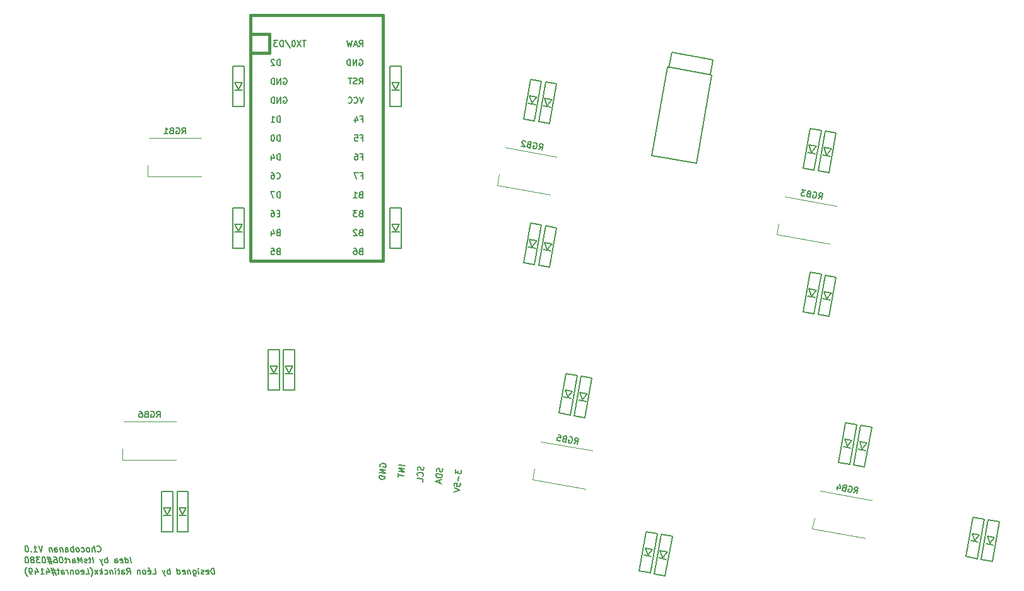
<source format=gbr>
%TF.GenerationSoftware,KiCad,Pcbnew,7.0.6*%
%TF.CreationDate,2024-02-25T17:14:13+01:00*%
%TF.ProjectId,chocobanan_left,63686f63-6f62-4616-9e61-6e5f6c656674,rev?*%
%TF.SameCoordinates,Original*%
%TF.FileFunction,Legend,Bot*%
%TF.FilePolarity,Positive*%
%FSLAX46Y46*%
G04 Gerber Fmt 4.6, Leading zero omitted, Abs format (unit mm)*
G04 Created by KiCad (PCBNEW 7.0.6) date 2024-02-25 17:14:13*
%MOMM*%
%LPD*%
G01*
G04 APERTURE LIST*
%ADD10C,0.150000*%
%ADD11C,0.381000*%
%ADD12C,0.120000*%
G04 APERTURE END LIST*
D10*
X10097524Y-65555125D02*
X9997524Y-64755125D01*
X9997524Y-64755125D02*
X9807048Y-64755125D01*
X9807048Y-64755125D02*
X9697524Y-64793220D01*
X9697524Y-64793220D02*
X9630858Y-64869410D01*
X9630858Y-64869410D02*
X9602286Y-64945601D01*
X9602286Y-64945601D02*
X9583239Y-65097982D01*
X9583239Y-65097982D02*
X9597524Y-65212268D01*
X9597524Y-65212268D02*
X9654667Y-65364649D01*
X9654667Y-65364649D02*
X9702286Y-65440839D01*
X9702286Y-65440839D02*
X9788000Y-65517030D01*
X9788000Y-65517030D02*
X9907048Y-65555125D01*
X9907048Y-65555125D02*
X10097524Y-65555125D01*
X8988000Y-65517030D02*
X9068953Y-65555125D01*
X9068953Y-65555125D02*
X9221334Y-65555125D01*
X9221334Y-65555125D02*
X9292762Y-65517030D01*
X9292762Y-65517030D02*
X9321334Y-65440839D01*
X9321334Y-65440839D02*
X9283239Y-65136077D01*
X9283239Y-65136077D02*
X9235619Y-65059887D01*
X9235619Y-65059887D02*
X9154667Y-65021791D01*
X9154667Y-65021791D02*
X9002286Y-65021791D01*
X9002286Y-65021791D02*
X8930858Y-65059887D01*
X8930858Y-65059887D02*
X8902286Y-65136077D01*
X8902286Y-65136077D02*
X8911810Y-65212268D01*
X8911810Y-65212268D02*
X9302286Y-65288458D01*
X8645144Y-65517030D02*
X8573715Y-65555125D01*
X8573715Y-65555125D02*
X8421334Y-65555125D01*
X8421334Y-65555125D02*
X8340382Y-65517030D01*
X8340382Y-65517030D02*
X8292763Y-65440839D01*
X8292763Y-65440839D02*
X8288001Y-65402744D01*
X8288001Y-65402744D02*
X8316572Y-65326553D01*
X8316572Y-65326553D02*
X8388001Y-65288458D01*
X8388001Y-65288458D02*
X8502286Y-65288458D01*
X8502286Y-65288458D02*
X8573715Y-65250363D01*
X8573715Y-65250363D02*
X8602286Y-65174172D01*
X8602286Y-65174172D02*
X8597525Y-65136077D01*
X8597525Y-65136077D02*
X8549905Y-65059887D01*
X8549905Y-65059887D02*
X8468953Y-65021791D01*
X8468953Y-65021791D02*
X8354667Y-65021791D01*
X8354667Y-65021791D02*
X8283239Y-65059887D01*
X7964191Y-65555125D02*
X7897525Y-65021791D01*
X7864191Y-64755125D02*
X7907048Y-64793220D01*
X7907048Y-64793220D02*
X7873715Y-64831315D01*
X7873715Y-64831315D02*
X7830858Y-64793220D01*
X7830858Y-64793220D02*
X7864191Y-64755125D01*
X7864191Y-64755125D02*
X7873715Y-64831315D01*
X7173715Y-65021791D02*
X7254668Y-65669410D01*
X7254668Y-65669410D02*
X7302287Y-65745601D01*
X7302287Y-65745601D02*
X7345144Y-65783696D01*
X7345144Y-65783696D02*
X7426096Y-65821791D01*
X7426096Y-65821791D02*
X7540382Y-65821791D01*
X7540382Y-65821791D02*
X7611811Y-65783696D01*
X7235620Y-65517030D02*
X7316573Y-65555125D01*
X7316573Y-65555125D02*
X7468954Y-65555125D01*
X7468954Y-65555125D02*
X7540382Y-65517030D01*
X7540382Y-65517030D02*
X7573715Y-65478934D01*
X7573715Y-65478934D02*
X7602287Y-65402744D01*
X7602287Y-65402744D02*
X7573715Y-65174172D01*
X7573715Y-65174172D02*
X7526096Y-65097982D01*
X7526096Y-65097982D02*
X7483239Y-65059887D01*
X7483239Y-65059887D02*
X7402287Y-65021791D01*
X7402287Y-65021791D02*
X7249906Y-65021791D01*
X7249906Y-65021791D02*
X7178477Y-65059887D01*
X6792763Y-65021791D02*
X6859429Y-65555125D01*
X6802286Y-65097982D02*
X6759429Y-65059887D01*
X6759429Y-65059887D02*
X6678477Y-65021791D01*
X6678477Y-65021791D02*
X6564191Y-65021791D01*
X6564191Y-65021791D02*
X6492763Y-65059887D01*
X6492763Y-65059887D02*
X6464191Y-65136077D01*
X6464191Y-65136077D02*
X6516572Y-65555125D01*
X5826095Y-65517030D02*
X5907048Y-65555125D01*
X5907048Y-65555125D02*
X6059429Y-65555125D01*
X6059429Y-65555125D02*
X6130857Y-65517030D01*
X6130857Y-65517030D02*
X6159429Y-65440839D01*
X6159429Y-65440839D02*
X6121334Y-65136077D01*
X6121334Y-65136077D02*
X6073714Y-65059887D01*
X6073714Y-65059887D02*
X5992762Y-65021791D01*
X5992762Y-65021791D02*
X5840381Y-65021791D01*
X5840381Y-65021791D02*
X5768953Y-65059887D01*
X5768953Y-65059887D02*
X5740381Y-65136077D01*
X5740381Y-65136077D02*
X5749905Y-65212268D01*
X5749905Y-65212268D02*
X6140381Y-65288458D01*
X5107048Y-65555125D02*
X5007048Y-64755125D01*
X5102286Y-65517030D02*
X5183239Y-65555125D01*
X5183239Y-65555125D02*
X5335620Y-65555125D01*
X5335620Y-65555125D02*
X5407048Y-65517030D01*
X5407048Y-65517030D02*
X5440381Y-65478934D01*
X5440381Y-65478934D02*
X5468953Y-65402744D01*
X5468953Y-65402744D02*
X5440381Y-65174172D01*
X5440381Y-65174172D02*
X5392762Y-65097982D01*
X5392762Y-65097982D02*
X5349905Y-65059887D01*
X5349905Y-65059887D02*
X5268953Y-65021791D01*
X5268953Y-65021791D02*
X5116572Y-65021791D01*
X5116572Y-65021791D02*
X5045143Y-65059887D01*
X4116571Y-65555125D02*
X4016571Y-64755125D01*
X4054666Y-65059887D02*
X3973714Y-65021791D01*
X3973714Y-65021791D02*
X3821333Y-65021791D01*
X3821333Y-65021791D02*
X3749905Y-65059887D01*
X3749905Y-65059887D02*
X3716571Y-65097982D01*
X3716571Y-65097982D02*
X3688000Y-65174172D01*
X3688000Y-65174172D02*
X3716571Y-65402744D01*
X3716571Y-65402744D02*
X3764190Y-65478934D01*
X3764190Y-65478934D02*
X3807047Y-65517030D01*
X3807047Y-65517030D02*
X3888000Y-65555125D01*
X3888000Y-65555125D02*
X4040381Y-65555125D01*
X4040381Y-65555125D02*
X4111809Y-65517030D01*
X3402285Y-65021791D02*
X3278476Y-65555125D01*
X3021333Y-65021791D02*
X3278476Y-65555125D01*
X3278476Y-65555125D02*
X3378476Y-65745601D01*
X3378476Y-65745601D02*
X3421333Y-65783696D01*
X3421333Y-65783696D02*
X3502285Y-65821791D01*
X1792761Y-65555125D02*
X2173713Y-65555125D01*
X2173713Y-65555125D02*
X2073713Y-64755125D01*
X1216570Y-65517030D02*
X1297523Y-65555125D01*
X1297523Y-65555125D02*
X1449904Y-65555125D01*
X1449904Y-65555125D02*
X1521332Y-65517030D01*
X1521332Y-65517030D02*
X1549904Y-65440839D01*
X1549904Y-65440839D02*
X1511809Y-65136077D01*
X1511809Y-65136077D02*
X1464189Y-65059887D01*
X1464189Y-65059887D02*
X1383237Y-65021791D01*
X1383237Y-65021791D02*
X1230856Y-65021791D01*
X1230856Y-65021791D02*
X1159428Y-65059887D01*
X1159428Y-65059887D02*
X1130856Y-65136077D01*
X1130856Y-65136077D02*
X1140380Y-65212268D01*
X1140380Y-65212268D02*
X1530856Y-65288458D01*
X1192761Y-64717030D02*
X1321332Y-64831315D01*
X726095Y-65555125D02*
X797523Y-65517030D01*
X797523Y-65517030D02*
X830856Y-65478934D01*
X830856Y-65478934D02*
X859428Y-65402744D01*
X859428Y-65402744D02*
X830856Y-65174172D01*
X830856Y-65174172D02*
X783237Y-65097982D01*
X783237Y-65097982D02*
X740380Y-65059887D01*
X740380Y-65059887D02*
X659428Y-65021791D01*
X659428Y-65021791D02*
X545142Y-65021791D01*
X545142Y-65021791D02*
X473714Y-65059887D01*
X473714Y-65059887D02*
X440380Y-65097982D01*
X440380Y-65097982D02*
X411809Y-65174172D01*
X411809Y-65174172D02*
X440380Y-65402744D01*
X440380Y-65402744D02*
X487999Y-65478934D01*
X487999Y-65478934D02*
X530856Y-65517030D01*
X530856Y-65517030D02*
X611809Y-65555125D01*
X611809Y-65555125D02*
X726095Y-65555125D01*
X49904Y-65021791D02*
X116570Y-65555125D01*
X59427Y-65097982D02*
X16570Y-65059887D01*
X16570Y-65059887D02*
X-64381Y-65021791D01*
X-64381Y-65021791D02*
X-178667Y-65021791D01*
X-178667Y-65021791D02*
X-250095Y-65059887D01*
X-250095Y-65059887D02*
X-278667Y-65136077D01*
X-278667Y-65136077D02*
X-226286Y-65555125D01*
X-1673906Y-65555125D02*
X-1454858Y-65174172D01*
X-1216763Y-65555125D02*
X-1316763Y-64755125D01*
X-1316763Y-64755125D02*
X-1621525Y-64755125D01*
X-1621525Y-64755125D02*
X-1692953Y-64793220D01*
X-1692953Y-64793220D02*
X-1726287Y-64831315D01*
X-1726287Y-64831315D02*
X-1754858Y-64907506D01*
X-1754858Y-64907506D02*
X-1740572Y-65021791D01*
X-1740572Y-65021791D02*
X-1692953Y-65097982D01*
X-1692953Y-65097982D02*
X-1650096Y-65136077D01*
X-1650096Y-65136077D02*
X-1569144Y-65174172D01*
X-1569144Y-65174172D02*
X-1264382Y-65174172D01*
X-2359620Y-65555125D02*
X-2412001Y-65136077D01*
X-2412001Y-65136077D02*
X-2383429Y-65059887D01*
X-2383429Y-65059887D02*
X-2312001Y-65021791D01*
X-2312001Y-65021791D02*
X-2159620Y-65021791D01*
X-2159620Y-65021791D02*
X-2078668Y-65059887D01*
X-2364382Y-65517030D02*
X-2283429Y-65555125D01*
X-2283429Y-65555125D02*
X-2092953Y-65555125D01*
X-2092953Y-65555125D02*
X-2021525Y-65517030D01*
X-2021525Y-65517030D02*
X-1992953Y-65440839D01*
X-1992953Y-65440839D02*
X-2002477Y-65364649D01*
X-2002477Y-65364649D02*
X-2050096Y-65288458D01*
X-2050096Y-65288458D02*
X-2131049Y-65250363D01*
X-2131049Y-65250363D02*
X-2321525Y-65250363D01*
X-2321525Y-65250363D02*
X-2402477Y-65212268D01*
X-2692954Y-65021791D02*
X-2997716Y-65021791D01*
X-2840573Y-64755125D02*
X-2754859Y-65440839D01*
X-2754859Y-65440839D02*
X-2783430Y-65517030D01*
X-2783430Y-65517030D02*
X-2854859Y-65555125D01*
X-2854859Y-65555125D02*
X-2931049Y-65555125D01*
X-3197716Y-65555125D02*
X-3264382Y-65021791D01*
X-3297716Y-64755125D02*
X-3254859Y-64793220D01*
X-3254859Y-64793220D02*
X-3288192Y-64831315D01*
X-3288192Y-64831315D02*
X-3331049Y-64793220D01*
X-3331049Y-64793220D02*
X-3297716Y-64755125D01*
X-3297716Y-64755125D02*
X-3288192Y-64831315D01*
X-3645334Y-65021791D02*
X-3578668Y-65555125D01*
X-3635811Y-65097982D02*
X-3678668Y-65059887D01*
X-3678668Y-65059887D02*
X-3759620Y-65021791D01*
X-3759620Y-65021791D02*
X-3873906Y-65021791D01*
X-3873906Y-65021791D02*
X-3945334Y-65059887D01*
X-3945334Y-65059887D02*
X-3973906Y-65136077D01*
X-3973906Y-65136077D02*
X-3921525Y-65555125D01*
X-4650097Y-65517030D02*
X-4569144Y-65555125D01*
X-4569144Y-65555125D02*
X-4416764Y-65555125D01*
X-4416764Y-65555125D02*
X-4345335Y-65517030D01*
X-4345335Y-65517030D02*
X-4312002Y-65478934D01*
X-4312002Y-65478934D02*
X-4283430Y-65402744D01*
X-4283430Y-65402744D02*
X-4312002Y-65174172D01*
X-4312002Y-65174172D02*
X-4359621Y-65097982D01*
X-4359621Y-65097982D02*
X-4402478Y-65059887D01*
X-4402478Y-65059887D02*
X-4483430Y-65021791D01*
X-4483430Y-65021791D02*
X-4635811Y-65021791D01*
X-4635811Y-65021791D02*
X-4707240Y-65059887D01*
X-4988192Y-65555125D02*
X-5088192Y-64755125D01*
X-5102478Y-65250363D02*
X-5292954Y-65555125D01*
X-5359620Y-65021791D02*
X-5016763Y-65326553D01*
X-5559620Y-65555125D02*
X-6045335Y-65021791D01*
X-5626287Y-65021791D02*
X-5978668Y-65555125D01*
X-6473906Y-65859887D02*
X-6440573Y-65821791D01*
X-6440573Y-65821791D02*
X-6378668Y-65707506D01*
X-6378668Y-65707506D02*
X-6350096Y-65631315D01*
X-6350096Y-65631315D02*
X-6326287Y-65517030D01*
X-6326287Y-65517030D02*
X-6312001Y-65326553D01*
X-6312001Y-65326553D02*
X-6331049Y-65174172D01*
X-6331049Y-65174172D02*
X-6392954Y-64983696D01*
X-6392954Y-64983696D02*
X-6445335Y-64869410D01*
X-6445335Y-64869410D02*
X-6492954Y-64793220D01*
X-6492954Y-64793220D02*
X-6583430Y-64678934D01*
X-6583430Y-64678934D02*
X-6626287Y-64640839D01*
X-7197715Y-65555125D02*
X-6816763Y-65555125D01*
X-6816763Y-65555125D02*
X-6916763Y-64755125D01*
X-7773906Y-65517030D02*
X-7692953Y-65555125D01*
X-7692953Y-65555125D02*
X-7540572Y-65555125D01*
X-7540572Y-65555125D02*
X-7469144Y-65517030D01*
X-7469144Y-65517030D02*
X-7440572Y-65440839D01*
X-7440572Y-65440839D02*
X-7478668Y-65136077D01*
X-7478668Y-65136077D02*
X-7526287Y-65059887D01*
X-7526287Y-65059887D02*
X-7607239Y-65021791D01*
X-7607239Y-65021791D02*
X-7759620Y-65021791D01*
X-7759620Y-65021791D02*
X-7831048Y-65059887D01*
X-7831048Y-65059887D02*
X-7859620Y-65136077D01*
X-7859620Y-65136077D02*
X-7850096Y-65212268D01*
X-7850096Y-65212268D02*
X-7459620Y-65288458D01*
X-8264382Y-65555125D02*
X-8192953Y-65517030D01*
X-8192953Y-65517030D02*
X-8159620Y-65478934D01*
X-8159620Y-65478934D02*
X-8131048Y-65402744D01*
X-8131048Y-65402744D02*
X-8159620Y-65174172D01*
X-8159620Y-65174172D02*
X-8207239Y-65097982D01*
X-8207239Y-65097982D02*
X-8250096Y-65059887D01*
X-8250096Y-65059887D02*
X-8331048Y-65021791D01*
X-8331048Y-65021791D02*
X-8445334Y-65021791D01*
X-8445334Y-65021791D02*
X-8516762Y-65059887D01*
X-8516762Y-65059887D02*
X-8550096Y-65097982D01*
X-8550096Y-65097982D02*
X-8578667Y-65174172D01*
X-8578667Y-65174172D02*
X-8550096Y-65402744D01*
X-8550096Y-65402744D02*
X-8502477Y-65478934D01*
X-8502477Y-65478934D02*
X-8459620Y-65517030D01*
X-8459620Y-65517030D02*
X-8378667Y-65555125D01*
X-8378667Y-65555125D02*
X-8264382Y-65555125D01*
X-8940572Y-65021791D02*
X-8873906Y-65555125D01*
X-8931049Y-65097982D02*
X-8973906Y-65059887D01*
X-8973906Y-65059887D02*
X-9054858Y-65021791D01*
X-9054858Y-65021791D02*
X-9169144Y-65021791D01*
X-9169144Y-65021791D02*
X-9240572Y-65059887D01*
X-9240572Y-65059887D02*
X-9269144Y-65136077D01*
X-9269144Y-65136077D02*
X-9216763Y-65555125D01*
X-9597716Y-65555125D02*
X-9664382Y-65021791D01*
X-9645335Y-65174172D02*
X-9692954Y-65097982D01*
X-9692954Y-65097982D02*
X-9735811Y-65059887D01*
X-9735811Y-65059887D02*
X-9816763Y-65021791D01*
X-9816763Y-65021791D02*
X-9892954Y-65021791D01*
X-10435811Y-65555125D02*
X-10488192Y-65136077D01*
X-10488192Y-65136077D02*
X-10459620Y-65059887D01*
X-10459620Y-65059887D02*
X-10388192Y-65021791D01*
X-10388192Y-65021791D02*
X-10235811Y-65021791D01*
X-10235811Y-65021791D02*
X-10154859Y-65059887D01*
X-10440573Y-65517030D02*
X-10359620Y-65555125D01*
X-10359620Y-65555125D02*
X-10169144Y-65555125D01*
X-10169144Y-65555125D02*
X-10097716Y-65517030D01*
X-10097716Y-65517030D02*
X-10069144Y-65440839D01*
X-10069144Y-65440839D02*
X-10078668Y-65364649D01*
X-10078668Y-65364649D02*
X-10126287Y-65288458D01*
X-10126287Y-65288458D02*
X-10207240Y-65250363D01*
X-10207240Y-65250363D02*
X-10397716Y-65250363D01*
X-10397716Y-65250363D02*
X-10478668Y-65212268D01*
X-10769145Y-65021791D02*
X-11073907Y-65021791D01*
X-10916764Y-64755125D02*
X-10831050Y-65440839D01*
X-10831050Y-65440839D02*
X-10859621Y-65517030D01*
X-10859621Y-65517030D02*
X-10931050Y-65555125D01*
X-10931050Y-65555125D02*
X-11007240Y-65555125D01*
X-11302478Y-65021791D02*
X-11873907Y-65021791D01*
X-11573907Y-64678934D02*
X-11216764Y-65707506D01*
X-11754859Y-65364649D02*
X-11183431Y-65364649D01*
X-11483431Y-65707506D02*
X-11840573Y-64678934D01*
X-12483431Y-65021791D02*
X-12416764Y-65555125D01*
X-12331050Y-64717030D02*
X-12069145Y-65288458D01*
X-12069145Y-65288458D02*
X-12564383Y-65288458D01*
X-13254859Y-65555125D02*
X-12797717Y-65555125D01*
X-13026288Y-65555125D02*
X-13126288Y-64755125D01*
X-13126288Y-64755125D02*
X-13035812Y-64869410D01*
X-13035812Y-64869410D02*
X-12950098Y-64945601D01*
X-12950098Y-64945601D02*
X-12869145Y-64983696D01*
X-14007241Y-65021791D02*
X-13940574Y-65555125D01*
X-13854860Y-64717030D02*
X-13592955Y-65288458D01*
X-13592955Y-65288458D02*
X-14088193Y-65288458D01*
X-14397717Y-65555125D02*
X-14550098Y-65555125D01*
X-14550098Y-65555125D02*
X-14631050Y-65517030D01*
X-14631050Y-65517030D02*
X-14673908Y-65478934D01*
X-14673908Y-65478934D02*
X-14764384Y-65364649D01*
X-14764384Y-65364649D02*
X-14821527Y-65212268D01*
X-14821527Y-65212268D02*
X-14859622Y-64907506D01*
X-14859622Y-64907506D02*
X-14831050Y-64831315D01*
X-14831050Y-64831315D02*
X-14797717Y-64793220D01*
X-14797717Y-64793220D02*
X-14726288Y-64755125D01*
X-14726288Y-64755125D02*
X-14573908Y-64755125D01*
X-14573908Y-64755125D02*
X-14492955Y-64793220D01*
X-14492955Y-64793220D02*
X-14450098Y-64831315D01*
X-14450098Y-64831315D02*
X-14402479Y-64907506D01*
X-14402479Y-64907506D02*
X-14378669Y-65097982D01*
X-14378669Y-65097982D02*
X-14407241Y-65174172D01*
X-14407241Y-65174172D02*
X-14440574Y-65212268D01*
X-14440574Y-65212268D02*
X-14512003Y-65250363D01*
X-14512003Y-65250363D02*
X-14664384Y-65250363D01*
X-14664384Y-65250363D02*
X-14745336Y-65212268D01*
X-14745336Y-65212268D02*
X-14788193Y-65174172D01*
X-14788193Y-65174172D02*
X-14835812Y-65097982D01*
X-15007241Y-65859887D02*
X-15050098Y-65821791D01*
X-15050098Y-65821791D02*
X-15140574Y-65707506D01*
X-15140574Y-65707506D02*
X-15188193Y-65631315D01*
X-15188193Y-65631315D02*
X-15240574Y-65517030D01*
X-15240574Y-65517030D02*
X-15302479Y-65326553D01*
X-15302479Y-65326553D02*
X-15321527Y-65174172D01*
X-15321527Y-65174172D02*
X-15307241Y-64983696D01*
X-15307241Y-64983696D02*
X-15283432Y-64869410D01*
X-15283432Y-64869410D02*
X-15254860Y-64793220D01*
X-15254860Y-64793220D02*
X-15192955Y-64678934D01*
X-15192955Y-64678934D02*
X-15159622Y-64640839D01*
X-1140571Y-64055125D02*
X-1240571Y-63255125D01*
X-1864380Y-64055125D02*
X-1964380Y-63255125D01*
X-1869142Y-64017030D02*
X-1788189Y-64055125D01*
X-1788189Y-64055125D02*
X-1635809Y-64055125D01*
X-1635809Y-64055125D02*
X-1564380Y-64017030D01*
X-1564380Y-64017030D02*
X-1531047Y-63978934D01*
X-1531047Y-63978934D02*
X-1502475Y-63902744D01*
X-1502475Y-63902744D02*
X-1531047Y-63674172D01*
X-1531047Y-63674172D02*
X-1578666Y-63597982D01*
X-1578666Y-63597982D02*
X-1621523Y-63559887D01*
X-1621523Y-63559887D02*
X-1702475Y-63521791D01*
X-1702475Y-63521791D02*
X-1854856Y-63521791D01*
X-1854856Y-63521791D02*
X-1926285Y-63559887D01*
X-2554857Y-64017030D02*
X-2473904Y-64055125D01*
X-2473904Y-64055125D02*
X-2321523Y-64055125D01*
X-2321523Y-64055125D02*
X-2250095Y-64017030D01*
X-2250095Y-64017030D02*
X-2221523Y-63940839D01*
X-2221523Y-63940839D02*
X-2259619Y-63636077D01*
X-2259619Y-63636077D02*
X-2307238Y-63559887D01*
X-2307238Y-63559887D02*
X-2388190Y-63521791D01*
X-2388190Y-63521791D02*
X-2540571Y-63521791D01*
X-2540571Y-63521791D02*
X-2611999Y-63559887D01*
X-2611999Y-63559887D02*
X-2640571Y-63636077D01*
X-2640571Y-63636077D02*
X-2631047Y-63712268D01*
X-2631047Y-63712268D02*
X-2240571Y-63788458D01*
X-3273904Y-64055125D02*
X-3326285Y-63636077D01*
X-3326285Y-63636077D02*
X-3297713Y-63559887D01*
X-3297713Y-63559887D02*
X-3226285Y-63521791D01*
X-3226285Y-63521791D02*
X-3073904Y-63521791D01*
X-3073904Y-63521791D02*
X-2992952Y-63559887D01*
X-3278666Y-64017030D02*
X-3197713Y-64055125D01*
X-3197713Y-64055125D02*
X-3007237Y-64055125D01*
X-3007237Y-64055125D02*
X-2935809Y-64017030D01*
X-2935809Y-64017030D02*
X-2907237Y-63940839D01*
X-2907237Y-63940839D02*
X-2916761Y-63864649D01*
X-2916761Y-63864649D02*
X-2964380Y-63788458D01*
X-2964380Y-63788458D02*
X-3045333Y-63750363D01*
X-3045333Y-63750363D02*
X-3235809Y-63750363D01*
X-3235809Y-63750363D02*
X-3316761Y-63712268D01*
X-4264381Y-64055125D02*
X-4364381Y-63255125D01*
X-4326286Y-63559887D02*
X-4407238Y-63521791D01*
X-4407238Y-63521791D02*
X-4559619Y-63521791D01*
X-4559619Y-63521791D02*
X-4631047Y-63559887D01*
X-4631047Y-63559887D02*
X-4664381Y-63597982D01*
X-4664381Y-63597982D02*
X-4692952Y-63674172D01*
X-4692952Y-63674172D02*
X-4664381Y-63902744D01*
X-4664381Y-63902744D02*
X-4616762Y-63978934D01*
X-4616762Y-63978934D02*
X-4573905Y-64017030D01*
X-4573905Y-64017030D02*
X-4492952Y-64055125D01*
X-4492952Y-64055125D02*
X-4340571Y-64055125D01*
X-4340571Y-64055125D02*
X-4269143Y-64017030D01*
X-4978667Y-63521791D02*
X-5102477Y-64055125D01*
X-5359619Y-63521791D02*
X-5102477Y-64055125D01*
X-5102477Y-64055125D02*
X-5002477Y-64245601D01*
X-5002477Y-64245601D02*
X-4959619Y-64283696D01*
X-4959619Y-64283696D02*
X-4878667Y-64321791D01*
X-6207239Y-64055125D02*
X-6307239Y-63255125D01*
X-6540572Y-63521791D02*
X-6845334Y-63521791D01*
X-6688191Y-63255125D02*
X-6602477Y-63940839D01*
X-6602477Y-63940839D02*
X-6631048Y-64017030D01*
X-6631048Y-64017030D02*
X-6702477Y-64055125D01*
X-6702477Y-64055125D02*
X-6778667Y-64055125D01*
X-7012000Y-64017030D02*
X-7083429Y-64055125D01*
X-7083429Y-64055125D02*
X-7235810Y-64055125D01*
X-7235810Y-64055125D02*
X-7316762Y-64017030D01*
X-7316762Y-64017030D02*
X-7364381Y-63940839D01*
X-7364381Y-63940839D02*
X-7369143Y-63902744D01*
X-7369143Y-63902744D02*
X-7340572Y-63826553D01*
X-7340572Y-63826553D02*
X-7269143Y-63788458D01*
X-7269143Y-63788458D02*
X-7154858Y-63788458D01*
X-7154858Y-63788458D02*
X-7083429Y-63750363D01*
X-7083429Y-63750363D02*
X-7054858Y-63674172D01*
X-7054858Y-63674172D02*
X-7059620Y-63636077D01*
X-7059620Y-63636077D02*
X-7107239Y-63559887D01*
X-7107239Y-63559887D02*
X-7188191Y-63521791D01*
X-7188191Y-63521791D02*
X-7302477Y-63521791D01*
X-7302477Y-63521791D02*
X-7373905Y-63559887D01*
X-7692953Y-64055125D02*
X-7792953Y-63255125D01*
X-7792953Y-63255125D02*
X-7988191Y-63826553D01*
X-7988191Y-63826553D02*
X-8326286Y-63255125D01*
X-8326286Y-63255125D02*
X-8226286Y-64055125D01*
X-8950096Y-64055125D02*
X-9002477Y-63636077D01*
X-9002477Y-63636077D02*
X-8973905Y-63559887D01*
X-8973905Y-63559887D02*
X-8902477Y-63521791D01*
X-8902477Y-63521791D02*
X-8750096Y-63521791D01*
X-8750096Y-63521791D02*
X-8669144Y-63559887D01*
X-8954858Y-64017030D02*
X-8873905Y-64055125D01*
X-8873905Y-64055125D02*
X-8683429Y-64055125D01*
X-8683429Y-64055125D02*
X-8612001Y-64017030D01*
X-8612001Y-64017030D02*
X-8583429Y-63940839D01*
X-8583429Y-63940839D02*
X-8592953Y-63864649D01*
X-8592953Y-63864649D02*
X-8640572Y-63788458D01*
X-8640572Y-63788458D02*
X-8721525Y-63750363D01*
X-8721525Y-63750363D02*
X-8912001Y-63750363D01*
X-8912001Y-63750363D02*
X-8992953Y-63712268D01*
X-9331049Y-64055125D02*
X-9397715Y-63521791D01*
X-9378668Y-63674172D02*
X-9426287Y-63597982D01*
X-9426287Y-63597982D02*
X-9469144Y-63559887D01*
X-9469144Y-63559887D02*
X-9550096Y-63521791D01*
X-9550096Y-63521791D02*
X-9626287Y-63521791D01*
X-9778668Y-63521791D02*
X-10083430Y-63521791D01*
X-9926287Y-63255125D02*
X-9840573Y-63940839D01*
X-9840573Y-63940839D02*
X-9869144Y-64017030D01*
X-9869144Y-64017030D02*
X-9940573Y-64055125D01*
X-9940573Y-64055125D02*
X-10016763Y-64055125D01*
X-10535811Y-63255125D02*
X-10612001Y-63255125D01*
X-10612001Y-63255125D02*
X-10683430Y-63293220D01*
X-10683430Y-63293220D02*
X-10716763Y-63331315D01*
X-10716763Y-63331315D02*
X-10745335Y-63407506D01*
X-10745335Y-63407506D02*
X-10764382Y-63559887D01*
X-10764382Y-63559887D02*
X-10740573Y-63750363D01*
X-10740573Y-63750363D02*
X-10683430Y-63902744D01*
X-10683430Y-63902744D02*
X-10635811Y-63978934D01*
X-10635811Y-63978934D02*
X-10592954Y-64017030D01*
X-10592954Y-64017030D02*
X-10512001Y-64055125D01*
X-10512001Y-64055125D02*
X-10435811Y-64055125D01*
X-10435811Y-64055125D02*
X-10364382Y-64017030D01*
X-10364382Y-64017030D02*
X-10331049Y-63978934D01*
X-10331049Y-63978934D02*
X-10302477Y-63902744D01*
X-10302477Y-63902744D02*
X-10283430Y-63750363D01*
X-10283430Y-63750363D02*
X-10307239Y-63559887D01*
X-10307239Y-63559887D02*
X-10364382Y-63407506D01*
X-10364382Y-63407506D02*
X-10412001Y-63331315D01*
X-10412001Y-63331315D02*
X-10454858Y-63293220D01*
X-10454858Y-63293220D02*
X-10535811Y-63255125D01*
X-11488192Y-63255125D02*
X-11335811Y-63255125D01*
X-11335811Y-63255125D02*
X-11254859Y-63293220D01*
X-11254859Y-63293220D02*
X-11212001Y-63331315D01*
X-11212001Y-63331315D02*
X-11121525Y-63445601D01*
X-11121525Y-63445601D02*
X-11064382Y-63597982D01*
X-11064382Y-63597982D02*
X-11026287Y-63902744D01*
X-11026287Y-63902744D02*
X-11054859Y-63978934D01*
X-11054859Y-63978934D02*
X-11088192Y-64017030D01*
X-11088192Y-64017030D02*
X-11159621Y-64055125D01*
X-11159621Y-64055125D02*
X-11312001Y-64055125D01*
X-11312001Y-64055125D02*
X-11392954Y-64017030D01*
X-11392954Y-64017030D02*
X-11435811Y-63978934D01*
X-11435811Y-63978934D02*
X-11483430Y-63902744D01*
X-11483430Y-63902744D02*
X-11507240Y-63712268D01*
X-11507240Y-63712268D02*
X-11478668Y-63636077D01*
X-11478668Y-63636077D02*
X-11445335Y-63597982D01*
X-11445335Y-63597982D02*
X-11373906Y-63559887D01*
X-11373906Y-63559887D02*
X-11221525Y-63559887D01*
X-11221525Y-63559887D02*
X-11140573Y-63597982D01*
X-11140573Y-63597982D02*
X-11097716Y-63636077D01*
X-11097716Y-63636077D02*
X-11050097Y-63712268D01*
X-11835811Y-63521791D02*
X-12407240Y-63521791D01*
X-12107240Y-63178934D02*
X-11750097Y-64207506D01*
X-12288192Y-63864649D02*
X-11716764Y-63864649D01*
X-12016764Y-64207506D02*
X-12373906Y-63178934D01*
X-12859621Y-63255125D02*
X-12935811Y-63255125D01*
X-12935811Y-63255125D02*
X-13007240Y-63293220D01*
X-13007240Y-63293220D02*
X-13040573Y-63331315D01*
X-13040573Y-63331315D02*
X-13069145Y-63407506D01*
X-13069145Y-63407506D02*
X-13088192Y-63559887D01*
X-13088192Y-63559887D02*
X-13064383Y-63750363D01*
X-13064383Y-63750363D02*
X-13007240Y-63902744D01*
X-13007240Y-63902744D02*
X-12959621Y-63978934D01*
X-12959621Y-63978934D02*
X-12916764Y-64017030D01*
X-12916764Y-64017030D02*
X-12835811Y-64055125D01*
X-12835811Y-64055125D02*
X-12759621Y-64055125D01*
X-12759621Y-64055125D02*
X-12688192Y-64017030D01*
X-12688192Y-64017030D02*
X-12654859Y-63978934D01*
X-12654859Y-63978934D02*
X-12626287Y-63902744D01*
X-12626287Y-63902744D02*
X-12607240Y-63750363D01*
X-12607240Y-63750363D02*
X-12631049Y-63559887D01*
X-12631049Y-63559887D02*
X-12688192Y-63407506D01*
X-12688192Y-63407506D02*
X-12735811Y-63331315D01*
X-12735811Y-63331315D02*
X-12778668Y-63293220D01*
X-12778668Y-63293220D02*
X-12859621Y-63255125D01*
X-13392954Y-63255125D02*
X-13888192Y-63255125D01*
X-13888192Y-63255125D02*
X-13583431Y-63559887D01*
X-13583431Y-63559887D02*
X-13697716Y-63559887D01*
X-13697716Y-63559887D02*
X-13769145Y-63597982D01*
X-13769145Y-63597982D02*
X-13802478Y-63636077D01*
X-13802478Y-63636077D02*
X-13831050Y-63712268D01*
X-13831050Y-63712268D02*
X-13807240Y-63902744D01*
X-13807240Y-63902744D02*
X-13759621Y-63978934D01*
X-13759621Y-63978934D02*
X-13716764Y-64017030D01*
X-13716764Y-64017030D02*
X-13635811Y-64055125D01*
X-13635811Y-64055125D02*
X-13407240Y-64055125D01*
X-13407240Y-64055125D02*
X-13335811Y-64017030D01*
X-13335811Y-64017030D02*
X-13302478Y-63978934D01*
X-14302478Y-63597982D02*
X-14231050Y-63559887D01*
X-14231050Y-63559887D02*
X-14197716Y-63521791D01*
X-14197716Y-63521791D02*
X-14169145Y-63445601D01*
X-14169145Y-63445601D02*
X-14173907Y-63407506D01*
X-14173907Y-63407506D02*
X-14221526Y-63331315D01*
X-14221526Y-63331315D02*
X-14264383Y-63293220D01*
X-14264383Y-63293220D02*
X-14345336Y-63255125D01*
X-14345336Y-63255125D02*
X-14497716Y-63255125D01*
X-14497716Y-63255125D02*
X-14569145Y-63293220D01*
X-14569145Y-63293220D02*
X-14602478Y-63331315D01*
X-14602478Y-63331315D02*
X-14631050Y-63407506D01*
X-14631050Y-63407506D02*
X-14626288Y-63445601D01*
X-14626288Y-63445601D02*
X-14578669Y-63521791D01*
X-14578669Y-63521791D02*
X-14535812Y-63559887D01*
X-14535812Y-63559887D02*
X-14454859Y-63597982D01*
X-14454859Y-63597982D02*
X-14302478Y-63597982D01*
X-14302478Y-63597982D02*
X-14221526Y-63636077D01*
X-14221526Y-63636077D02*
X-14178669Y-63674172D01*
X-14178669Y-63674172D02*
X-14131050Y-63750363D01*
X-14131050Y-63750363D02*
X-14112002Y-63902744D01*
X-14112002Y-63902744D02*
X-14140574Y-63978934D01*
X-14140574Y-63978934D02*
X-14173907Y-64017030D01*
X-14173907Y-64017030D02*
X-14245336Y-64055125D01*
X-14245336Y-64055125D02*
X-14397716Y-64055125D01*
X-14397716Y-64055125D02*
X-14478669Y-64017030D01*
X-14478669Y-64017030D02*
X-14521526Y-63978934D01*
X-14521526Y-63978934D02*
X-14569145Y-63902744D01*
X-14569145Y-63902744D02*
X-14588193Y-63750363D01*
X-14588193Y-63750363D02*
X-14559621Y-63674172D01*
X-14559621Y-63674172D02*
X-14526288Y-63636077D01*
X-14526288Y-63636077D02*
X-14454859Y-63597982D01*
X-15145336Y-63255125D02*
X-15221526Y-63255125D01*
X-15221526Y-63255125D02*
X-15292955Y-63293220D01*
X-15292955Y-63293220D02*
X-15326288Y-63331315D01*
X-15326288Y-63331315D02*
X-15354860Y-63407506D01*
X-15354860Y-63407506D02*
X-15373907Y-63559887D01*
X-15373907Y-63559887D02*
X-15350098Y-63750363D01*
X-15350098Y-63750363D02*
X-15292955Y-63902744D01*
X-15292955Y-63902744D02*
X-15245336Y-63978934D01*
X-15245336Y-63978934D02*
X-15202479Y-64017030D01*
X-15202479Y-64017030D02*
X-15121526Y-64055125D01*
X-15121526Y-64055125D02*
X-15045336Y-64055125D01*
X-15045336Y-64055125D02*
X-14973907Y-64017030D01*
X-14973907Y-64017030D02*
X-14940574Y-63978934D01*
X-14940574Y-63978934D02*
X-14912002Y-63902744D01*
X-14912002Y-63902744D02*
X-14892955Y-63750363D01*
X-14892955Y-63750363D02*
X-14916764Y-63559887D01*
X-14916764Y-63559887D02*
X-14973907Y-63407506D01*
X-14973907Y-63407506D02*
X-15021526Y-63331315D01*
X-15021526Y-63331315D02*
X-15064383Y-63293220D01*
X-15064383Y-63293220D02*
X-15145336Y-63255125D01*
X-5645332Y-62478934D02*
X-5602475Y-62517030D01*
X-5602475Y-62517030D02*
X-5483428Y-62555125D01*
X-5483428Y-62555125D02*
X-5407237Y-62555125D01*
X-5407237Y-62555125D02*
X-5297713Y-62517030D01*
X-5297713Y-62517030D02*
X-5231047Y-62440839D01*
X-5231047Y-62440839D02*
X-5202475Y-62364649D01*
X-5202475Y-62364649D02*
X-5183428Y-62212268D01*
X-5183428Y-62212268D02*
X-5197713Y-62097982D01*
X-5197713Y-62097982D02*
X-5254856Y-61945601D01*
X-5254856Y-61945601D02*
X-5302475Y-61869410D01*
X-5302475Y-61869410D02*
X-5388190Y-61793220D01*
X-5388190Y-61793220D02*
X-5507237Y-61755125D01*
X-5507237Y-61755125D02*
X-5583428Y-61755125D01*
X-5583428Y-61755125D02*
X-5692952Y-61793220D01*
X-5692952Y-61793220D02*
X-5726285Y-61831315D01*
X-5978666Y-62555125D02*
X-6078666Y-61755125D01*
X-6321523Y-62555125D02*
X-6373904Y-62136077D01*
X-6373904Y-62136077D02*
X-6345332Y-62059887D01*
X-6345332Y-62059887D02*
X-6273904Y-62021791D01*
X-6273904Y-62021791D02*
X-6159618Y-62021791D01*
X-6159618Y-62021791D02*
X-6078666Y-62059887D01*
X-6078666Y-62059887D02*
X-6035809Y-62097982D01*
X-6816762Y-62555125D02*
X-6745333Y-62517030D01*
X-6745333Y-62517030D02*
X-6712000Y-62478934D01*
X-6712000Y-62478934D02*
X-6683428Y-62402744D01*
X-6683428Y-62402744D02*
X-6712000Y-62174172D01*
X-6712000Y-62174172D02*
X-6759619Y-62097982D01*
X-6759619Y-62097982D02*
X-6802476Y-62059887D01*
X-6802476Y-62059887D02*
X-6883428Y-62021791D01*
X-6883428Y-62021791D02*
X-6997714Y-62021791D01*
X-6997714Y-62021791D02*
X-7069142Y-62059887D01*
X-7069142Y-62059887D02*
X-7102476Y-62097982D01*
X-7102476Y-62097982D02*
X-7131047Y-62174172D01*
X-7131047Y-62174172D02*
X-7102476Y-62402744D01*
X-7102476Y-62402744D02*
X-7054857Y-62478934D01*
X-7054857Y-62478934D02*
X-7012000Y-62517030D01*
X-7012000Y-62517030D02*
X-6931047Y-62555125D01*
X-6931047Y-62555125D02*
X-6816762Y-62555125D01*
X-7773905Y-62517030D02*
X-7692952Y-62555125D01*
X-7692952Y-62555125D02*
X-7540572Y-62555125D01*
X-7540572Y-62555125D02*
X-7469143Y-62517030D01*
X-7469143Y-62517030D02*
X-7435810Y-62478934D01*
X-7435810Y-62478934D02*
X-7407238Y-62402744D01*
X-7407238Y-62402744D02*
X-7435810Y-62174172D01*
X-7435810Y-62174172D02*
X-7483429Y-62097982D01*
X-7483429Y-62097982D02*
X-7526286Y-62059887D01*
X-7526286Y-62059887D02*
X-7607238Y-62021791D01*
X-7607238Y-62021791D02*
X-7759619Y-62021791D01*
X-7759619Y-62021791D02*
X-7831048Y-62059887D01*
X-8226286Y-62555125D02*
X-8154857Y-62517030D01*
X-8154857Y-62517030D02*
X-8121524Y-62478934D01*
X-8121524Y-62478934D02*
X-8092952Y-62402744D01*
X-8092952Y-62402744D02*
X-8121524Y-62174172D01*
X-8121524Y-62174172D02*
X-8169143Y-62097982D01*
X-8169143Y-62097982D02*
X-8212000Y-62059887D01*
X-8212000Y-62059887D02*
X-8292952Y-62021791D01*
X-8292952Y-62021791D02*
X-8407238Y-62021791D01*
X-8407238Y-62021791D02*
X-8478666Y-62059887D01*
X-8478666Y-62059887D02*
X-8512000Y-62097982D01*
X-8512000Y-62097982D02*
X-8540571Y-62174172D01*
X-8540571Y-62174172D02*
X-8512000Y-62402744D01*
X-8512000Y-62402744D02*
X-8464381Y-62478934D01*
X-8464381Y-62478934D02*
X-8421524Y-62517030D01*
X-8421524Y-62517030D02*
X-8340571Y-62555125D01*
X-8340571Y-62555125D02*
X-8226286Y-62555125D01*
X-8835810Y-62555125D02*
X-8935810Y-61755125D01*
X-8897715Y-62059887D02*
X-8978667Y-62021791D01*
X-8978667Y-62021791D02*
X-9131048Y-62021791D01*
X-9131048Y-62021791D02*
X-9202476Y-62059887D01*
X-9202476Y-62059887D02*
X-9235810Y-62097982D01*
X-9235810Y-62097982D02*
X-9264381Y-62174172D01*
X-9264381Y-62174172D02*
X-9235810Y-62402744D01*
X-9235810Y-62402744D02*
X-9188191Y-62478934D01*
X-9188191Y-62478934D02*
X-9145334Y-62517030D01*
X-9145334Y-62517030D02*
X-9064381Y-62555125D01*
X-9064381Y-62555125D02*
X-8912000Y-62555125D01*
X-8912000Y-62555125D02*
X-8840572Y-62517030D01*
X-9902477Y-62555125D02*
X-9954858Y-62136077D01*
X-9954858Y-62136077D02*
X-9926286Y-62059887D01*
X-9926286Y-62059887D02*
X-9854858Y-62021791D01*
X-9854858Y-62021791D02*
X-9702477Y-62021791D01*
X-9702477Y-62021791D02*
X-9621525Y-62059887D01*
X-9907239Y-62517030D02*
X-9826286Y-62555125D01*
X-9826286Y-62555125D02*
X-9635810Y-62555125D01*
X-9635810Y-62555125D02*
X-9564382Y-62517030D01*
X-9564382Y-62517030D02*
X-9535810Y-62440839D01*
X-9535810Y-62440839D02*
X-9545334Y-62364649D01*
X-9545334Y-62364649D02*
X-9592953Y-62288458D01*
X-9592953Y-62288458D02*
X-9673906Y-62250363D01*
X-9673906Y-62250363D02*
X-9864382Y-62250363D01*
X-9864382Y-62250363D02*
X-9945334Y-62212268D01*
X-10350096Y-62021791D02*
X-10283430Y-62555125D01*
X-10340573Y-62097982D02*
X-10383430Y-62059887D01*
X-10383430Y-62059887D02*
X-10464382Y-62021791D01*
X-10464382Y-62021791D02*
X-10578668Y-62021791D01*
X-10578668Y-62021791D02*
X-10650096Y-62059887D01*
X-10650096Y-62059887D02*
X-10678668Y-62136077D01*
X-10678668Y-62136077D02*
X-10626287Y-62555125D01*
X-11350097Y-62555125D02*
X-11402478Y-62136077D01*
X-11402478Y-62136077D02*
X-11373906Y-62059887D01*
X-11373906Y-62059887D02*
X-11302478Y-62021791D01*
X-11302478Y-62021791D02*
X-11150097Y-62021791D01*
X-11150097Y-62021791D02*
X-11069145Y-62059887D01*
X-11354859Y-62517030D02*
X-11273906Y-62555125D01*
X-11273906Y-62555125D02*
X-11083430Y-62555125D01*
X-11083430Y-62555125D02*
X-11012002Y-62517030D01*
X-11012002Y-62517030D02*
X-10983430Y-62440839D01*
X-10983430Y-62440839D02*
X-10992954Y-62364649D01*
X-10992954Y-62364649D02*
X-11040573Y-62288458D01*
X-11040573Y-62288458D02*
X-11121526Y-62250363D01*
X-11121526Y-62250363D02*
X-11312002Y-62250363D01*
X-11312002Y-62250363D02*
X-11392954Y-62212268D01*
X-11797716Y-62021791D02*
X-11731050Y-62555125D01*
X-11788193Y-62097982D02*
X-11831050Y-62059887D01*
X-11831050Y-62059887D02*
X-11912002Y-62021791D01*
X-11912002Y-62021791D02*
X-12026288Y-62021791D01*
X-12026288Y-62021791D02*
X-12097716Y-62059887D01*
X-12097716Y-62059887D02*
X-12126288Y-62136077D01*
X-12126288Y-62136077D02*
X-12073907Y-62555125D01*
X-13050098Y-61755125D02*
X-13216765Y-62555125D01*
X-13216765Y-62555125D02*
X-13583431Y-61755125D01*
X-14169145Y-62555125D02*
X-13712003Y-62555125D01*
X-13940574Y-62555125D02*
X-14040574Y-61755125D01*
X-14040574Y-61755125D02*
X-13950098Y-61869410D01*
X-13950098Y-61869410D02*
X-13864384Y-61945601D01*
X-13864384Y-61945601D02*
X-13783431Y-61983696D01*
X-14521527Y-62478934D02*
X-14554860Y-62517030D01*
X-14554860Y-62517030D02*
X-14512003Y-62555125D01*
X-14512003Y-62555125D02*
X-14478669Y-62517030D01*
X-14478669Y-62517030D02*
X-14521527Y-62478934D01*
X-14521527Y-62478934D02*
X-14512003Y-62555125D01*
X-15145336Y-61755125D02*
X-15221526Y-61755125D01*
X-15221526Y-61755125D02*
X-15292955Y-61793220D01*
X-15292955Y-61793220D02*
X-15326288Y-61831315D01*
X-15326288Y-61831315D02*
X-15354860Y-61907506D01*
X-15354860Y-61907506D02*
X-15373907Y-62059887D01*
X-15373907Y-62059887D02*
X-15350098Y-62250363D01*
X-15350098Y-62250363D02*
X-15292955Y-62402744D01*
X-15292955Y-62402744D02*
X-15245336Y-62478934D01*
X-15245336Y-62478934D02*
X-15202479Y-62517030D01*
X-15202479Y-62517030D02*
X-15121526Y-62555125D01*
X-15121526Y-62555125D02*
X-15045336Y-62555125D01*
X-15045336Y-62555125D02*
X-14973907Y-62517030D01*
X-14973907Y-62517030D02*
X-14940574Y-62478934D01*
X-14940574Y-62478934D02*
X-14912002Y-62402744D01*
X-14912002Y-62402744D02*
X-14892955Y-62250363D01*
X-14892955Y-62250363D02*
X-14916764Y-62059887D01*
X-14916764Y-62059887D02*
X-14973907Y-61907506D01*
X-14973907Y-61907506D02*
X-15021526Y-61831315D01*
X-15021526Y-61831315D02*
X-15064383Y-61793220D01*
X-15064383Y-61793220D02*
X-15145336Y-61755125D01*
X29675373Y-14548247D02*
X29561087Y-14586342D01*
X29561087Y-14586342D02*
X29522992Y-14624438D01*
X29522992Y-14624438D02*
X29484896Y-14700628D01*
X29484896Y-14700628D02*
X29484896Y-14814914D01*
X29484896Y-14814914D02*
X29522992Y-14891104D01*
X29522992Y-14891104D02*
X29561087Y-14929200D01*
X29561087Y-14929200D02*
X29637277Y-14967295D01*
X29637277Y-14967295D02*
X29942039Y-14967295D01*
X29942039Y-14967295D02*
X29942039Y-14167295D01*
X29942039Y-14167295D02*
X29675373Y-14167295D01*
X29675373Y-14167295D02*
X29599182Y-14205390D01*
X29599182Y-14205390D02*
X29561087Y-14243485D01*
X29561087Y-14243485D02*
X29522992Y-14319676D01*
X29522992Y-14319676D02*
X29522992Y-14395866D01*
X29522992Y-14395866D02*
X29561087Y-14472057D01*
X29561087Y-14472057D02*
X29599182Y-14510152D01*
X29599182Y-14510152D02*
X29675373Y-14548247D01*
X29675373Y-14548247D02*
X29942039Y-14548247D01*
X28722992Y-14967295D02*
X29180135Y-14967295D01*
X28951563Y-14967295D02*
X28951563Y-14167295D01*
X28951563Y-14167295D02*
X29027754Y-14281580D01*
X29027754Y-14281580D02*
X29103944Y-14357771D01*
X29103944Y-14357771D02*
X29180135Y-14395866D01*
X18406769Y-12351104D02*
X18444865Y-12389200D01*
X18444865Y-12389200D02*
X18559150Y-12427295D01*
X18559150Y-12427295D02*
X18635341Y-12427295D01*
X18635341Y-12427295D02*
X18749627Y-12389200D01*
X18749627Y-12389200D02*
X18825817Y-12313009D01*
X18825817Y-12313009D02*
X18863912Y-12236819D01*
X18863912Y-12236819D02*
X18902008Y-12084438D01*
X18902008Y-12084438D02*
X18902008Y-11970152D01*
X18902008Y-11970152D02*
X18863912Y-11817771D01*
X18863912Y-11817771D02*
X18825817Y-11741580D01*
X18825817Y-11741580D02*
X18749627Y-11665390D01*
X18749627Y-11665390D02*
X18635341Y-11627295D01*
X18635341Y-11627295D02*
X18559150Y-11627295D01*
X18559150Y-11627295D02*
X18444865Y-11665390D01*
X18444865Y-11665390D02*
X18406769Y-11703485D01*
X17721055Y-11627295D02*
X17873436Y-11627295D01*
X17873436Y-11627295D02*
X17949627Y-11665390D01*
X17949627Y-11665390D02*
X17987722Y-11703485D01*
X17987722Y-11703485D02*
X18063912Y-11817771D01*
X18063912Y-11817771D02*
X18102008Y-11970152D01*
X18102008Y-11970152D02*
X18102008Y-12274914D01*
X18102008Y-12274914D02*
X18063912Y-12351104D01*
X18063912Y-12351104D02*
X18025817Y-12389200D01*
X18025817Y-12389200D02*
X17949627Y-12427295D01*
X17949627Y-12427295D02*
X17797246Y-12427295D01*
X17797246Y-12427295D02*
X17721055Y-12389200D01*
X17721055Y-12389200D02*
X17682960Y-12351104D01*
X17682960Y-12351104D02*
X17644865Y-12274914D01*
X17644865Y-12274914D02*
X17644865Y-12084438D01*
X17644865Y-12084438D02*
X17682960Y-12008247D01*
X17682960Y-12008247D02*
X17721055Y-11970152D01*
X17721055Y-11970152D02*
X17797246Y-11932057D01*
X17797246Y-11932057D02*
X17949627Y-11932057D01*
X17949627Y-11932057D02*
X18025817Y-11970152D01*
X18025817Y-11970152D02*
X18063912Y-12008247D01*
X18063912Y-12008247D02*
X18102008Y-12084438D01*
X29675373Y-4388247D02*
X29942039Y-4388247D01*
X29942039Y-4807295D02*
X29942039Y-4007295D01*
X29942039Y-4007295D02*
X29561087Y-4007295D01*
X28913468Y-4273961D02*
X28913468Y-4807295D01*
X29103944Y-3969200D02*
X29294421Y-4540628D01*
X29294421Y-4540628D02*
X28799182Y-4540628D01*
X29675373Y-12008247D02*
X29942039Y-12008247D01*
X29942039Y-12427295D02*
X29942039Y-11627295D01*
X29942039Y-11627295D02*
X29561087Y-11627295D01*
X29332516Y-11627295D02*
X28799182Y-11627295D01*
X28799182Y-11627295D02*
X29142040Y-12427295D01*
X30056325Y-1467295D02*
X29789658Y-2267295D01*
X29789658Y-2267295D02*
X29522992Y-1467295D01*
X28799182Y-2191104D02*
X28837278Y-2229200D01*
X28837278Y-2229200D02*
X28951563Y-2267295D01*
X28951563Y-2267295D02*
X29027754Y-2267295D01*
X29027754Y-2267295D02*
X29142040Y-2229200D01*
X29142040Y-2229200D02*
X29218230Y-2153009D01*
X29218230Y-2153009D02*
X29256325Y-2076819D01*
X29256325Y-2076819D02*
X29294421Y-1924438D01*
X29294421Y-1924438D02*
X29294421Y-1810152D01*
X29294421Y-1810152D02*
X29256325Y-1657771D01*
X29256325Y-1657771D02*
X29218230Y-1581580D01*
X29218230Y-1581580D02*
X29142040Y-1505390D01*
X29142040Y-1505390D02*
X29027754Y-1467295D01*
X29027754Y-1467295D02*
X28951563Y-1467295D01*
X28951563Y-1467295D02*
X28837278Y-1505390D01*
X28837278Y-1505390D02*
X28799182Y-1543485D01*
X27999182Y-2191104D02*
X28037278Y-2229200D01*
X28037278Y-2229200D02*
X28151563Y-2267295D01*
X28151563Y-2267295D02*
X28227754Y-2267295D01*
X28227754Y-2267295D02*
X28342040Y-2229200D01*
X28342040Y-2229200D02*
X28418230Y-2153009D01*
X28418230Y-2153009D02*
X28456325Y-2076819D01*
X28456325Y-2076819D02*
X28494421Y-1924438D01*
X28494421Y-1924438D02*
X28494421Y-1810152D01*
X28494421Y-1810152D02*
X28456325Y-1657771D01*
X28456325Y-1657771D02*
X28418230Y-1581580D01*
X28418230Y-1581580D02*
X28342040Y-1505390D01*
X28342040Y-1505390D02*
X28227754Y-1467295D01*
X28227754Y-1467295D02*
X28151563Y-1467295D01*
X28151563Y-1467295D02*
X28037278Y-1505390D01*
X28037278Y-1505390D02*
X27999182Y-1543485D01*
X29675373Y-22168247D02*
X29561087Y-22206342D01*
X29561087Y-22206342D02*
X29522992Y-22244438D01*
X29522992Y-22244438D02*
X29484896Y-22320628D01*
X29484896Y-22320628D02*
X29484896Y-22434914D01*
X29484896Y-22434914D02*
X29522992Y-22511104D01*
X29522992Y-22511104D02*
X29561087Y-22549200D01*
X29561087Y-22549200D02*
X29637277Y-22587295D01*
X29637277Y-22587295D02*
X29942039Y-22587295D01*
X29942039Y-22587295D02*
X29942039Y-21787295D01*
X29942039Y-21787295D02*
X29675373Y-21787295D01*
X29675373Y-21787295D02*
X29599182Y-21825390D01*
X29599182Y-21825390D02*
X29561087Y-21863485D01*
X29561087Y-21863485D02*
X29522992Y-21939676D01*
X29522992Y-21939676D02*
X29522992Y-22015866D01*
X29522992Y-22015866D02*
X29561087Y-22092057D01*
X29561087Y-22092057D02*
X29599182Y-22130152D01*
X29599182Y-22130152D02*
X29675373Y-22168247D01*
X29675373Y-22168247D02*
X29942039Y-22168247D01*
X28799182Y-21787295D02*
X28951563Y-21787295D01*
X28951563Y-21787295D02*
X29027754Y-21825390D01*
X29027754Y-21825390D02*
X29065849Y-21863485D01*
X29065849Y-21863485D02*
X29142039Y-21977771D01*
X29142039Y-21977771D02*
X29180135Y-22130152D01*
X29180135Y-22130152D02*
X29180135Y-22434914D01*
X29180135Y-22434914D02*
X29142039Y-22511104D01*
X29142039Y-22511104D02*
X29103944Y-22549200D01*
X29103944Y-22549200D02*
X29027754Y-22587295D01*
X29027754Y-22587295D02*
X28875373Y-22587295D01*
X28875373Y-22587295D02*
X28799182Y-22549200D01*
X28799182Y-22549200D02*
X28761087Y-22511104D01*
X28761087Y-22511104D02*
X28722992Y-22434914D01*
X28722992Y-22434914D02*
X28722992Y-22244438D01*
X28722992Y-22244438D02*
X28761087Y-22168247D01*
X28761087Y-22168247D02*
X28799182Y-22130152D01*
X28799182Y-22130152D02*
X28875373Y-22092057D01*
X28875373Y-22092057D02*
X29027754Y-22092057D01*
X29027754Y-22092057D02*
X29103944Y-22130152D01*
X29103944Y-22130152D02*
X29142039Y-22168247D01*
X29142039Y-22168247D02*
X29180135Y-22244438D01*
X19321055Y1034609D02*
X19397245Y1072704D01*
X19397245Y1072704D02*
X19511531Y1072704D01*
X19511531Y1072704D02*
X19625817Y1034609D01*
X19625817Y1034609D02*
X19702007Y958419D01*
X19702007Y958419D02*
X19740102Y882228D01*
X19740102Y882228D02*
X19778198Y729847D01*
X19778198Y729847D02*
X19778198Y615561D01*
X19778198Y615561D02*
X19740102Y463180D01*
X19740102Y463180D02*
X19702007Y386990D01*
X19702007Y386990D02*
X19625817Y310800D01*
X19625817Y310800D02*
X19511531Y272704D01*
X19511531Y272704D02*
X19435340Y272704D01*
X19435340Y272704D02*
X19321055Y310800D01*
X19321055Y310800D02*
X19282959Y348895D01*
X19282959Y348895D02*
X19282959Y615561D01*
X19282959Y615561D02*
X19435340Y615561D01*
X18940102Y272704D02*
X18940102Y1072704D01*
X18940102Y1072704D02*
X18482959Y272704D01*
X18482959Y272704D02*
X18482959Y1072704D01*
X18102007Y272704D02*
X18102007Y1072704D01*
X18102007Y1072704D02*
X17911531Y1072704D01*
X17911531Y1072704D02*
X17797245Y1034609D01*
X17797245Y1034609D02*
X17721055Y958419D01*
X17721055Y958419D02*
X17682960Y882228D01*
X17682960Y882228D02*
X17644864Y729847D01*
X17644864Y729847D02*
X17644864Y615561D01*
X17644864Y615561D02*
X17682960Y463180D01*
X17682960Y463180D02*
X17721055Y386990D01*
X17721055Y386990D02*
X17797245Y310800D01*
X17797245Y310800D02*
X17911531Y272704D01*
X17911531Y272704D02*
X18102007Y272704D01*
X19321055Y-1505390D02*
X19397245Y-1467295D01*
X19397245Y-1467295D02*
X19511531Y-1467295D01*
X19511531Y-1467295D02*
X19625817Y-1505390D01*
X19625817Y-1505390D02*
X19702007Y-1581580D01*
X19702007Y-1581580D02*
X19740102Y-1657771D01*
X19740102Y-1657771D02*
X19778198Y-1810152D01*
X19778198Y-1810152D02*
X19778198Y-1924438D01*
X19778198Y-1924438D02*
X19740102Y-2076819D01*
X19740102Y-2076819D02*
X19702007Y-2153009D01*
X19702007Y-2153009D02*
X19625817Y-2229200D01*
X19625817Y-2229200D02*
X19511531Y-2267295D01*
X19511531Y-2267295D02*
X19435340Y-2267295D01*
X19435340Y-2267295D02*
X19321055Y-2229200D01*
X19321055Y-2229200D02*
X19282959Y-2191104D01*
X19282959Y-2191104D02*
X19282959Y-1924438D01*
X19282959Y-1924438D02*
X19435340Y-1924438D01*
X18940102Y-2267295D02*
X18940102Y-1467295D01*
X18940102Y-1467295D02*
X18482959Y-2267295D01*
X18482959Y-2267295D02*
X18482959Y-1467295D01*
X18102007Y-2267295D02*
X18102007Y-1467295D01*
X18102007Y-1467295D02*
X17911531Y-1467295D01*
X17911531Y-1467295D02*
X17797245Y-1505390D01*
X17797245Y-1505390D02*
X17721055Y-1581580D01*
X17721055Y-1581580D02*
X17682960Y-1657771D01*
X17682960Y-1657771D02*
X17644864Y-1810152D01*
X17644864Y-1810152D02*
X17644864Y-1924438D01*
X17644864Y-1924438D02*
X17682960Y-2076819D01*
X17682960Y-2076819D02*
X17721055Y-2153009D01*
X17721055Y-2153009D02*
X17797245Y-2229200D01*
X17797245Y-2229200D02*
X17911531Y-2267295D01*
X17911531Y-2267295D02*
X18102007Y-2267295D01*
X18597246Y-22168247D02*
X18482960Y-22206342D01*
X18482960Y-22206342D02*
X18444865Y-22244438D01*
X18444865Y-22244438D02*
X18406769Y-22320628D01*
X18406769Y-22320628D02*
X18406769Y-22434914D01*
X18406769Y-22434914D02*
X18444865Y-22511104D01*
X18444865Y-22511104D02*
X18482960Y-22549200D01*
X18482960Y-22549200D02*
X18559150Y-22587295D01*
X18559150Y-22587295D02*
X18863912Y-22587295D01*
X18863912Y-22587295D02*
X18863912Y-21787295D01*
X18863912Y-21787295D02*
X18597246Y-21787295D01*
X18597246Y-21787295D02*
X18521055Y-21825390D01*
X18521055Y-21825390D02*
X18482960Y-21863485D01*
X18482960Y-21863485D02*
X18444865Y-21939676D01*
X18444865Y-21939676D02*
X18444865Y-22015866D01*
X18444865Y-22015866D02*
X18482960Y-22092057D01*
X18482960Y-22092057D02*
X18521055Y-22130152D01*
X18521055Y-22130152D02*
X18597246Y-22168247D01*
X18597246Y-22168247D02*
X18863912Y-22168247D01*
X17682960Y-21787295D02*
X18063912Y-21787295D01*
X18063912Y-21787295D02*
X18102008Y-22168247D01*
X18102008Y-22168247D02*
X18063912Y-22130152D01*
X18063912Y-22130152D02*
X17987722Y-22092057D01*
X17987722Y-22092057D02*
X17797246Y-22092057D01*
X17797246Y-22092057D02*
X17721055Y-22130152D01*
X17721055Y-22130152D02*
X17682960Y-22168247D01*
X17682960Y-22168247D02*
X17644865Y-22244438D01*
X17644865Y-22244438D02*
X17644865Y-22434914D01*
X17644865Y-22434914D02*
X17682960Y-22511104D01*
X17682960Y-22511104D02*
X17721055Y-22549200D01*
X17721055Y-22549200D02*
X17797246Y-22587295D01*
X17797246Y-22587295D02*
X17987722Y-22587295D01*
X17987722Y-22587295D02*
X18063912Y-22549200D01*
X18063912Y-22549200D02*
X18102008Y-22511104D01*
X29675373Y-6928247D02*
X29942039Y-6928247D01*
X29942039Y-7347295D02*
X29942039Y-6547295D01*
X29942039Y-6547295D02*
X29561087Y-6547295D01*
X28875373Y-6547295D02*
X29256325Y-6547295D01*
X29256325Y-6547295D02*
X29294421Y-6928247D01*
X29294421Y-6928247D02*
X29256325Y-6890152D01*
X29256325Y-6890152D02*
X29180135Y-6852057D01*
X29180135Y-6852057D02*
X28989659Y-6852057D01*
X28989659Y-6852057D02*
X28913468Y-6890152D01*
X28913468Y-6890152D02*
X28875373Y-6928247D01*
X28875373Y-6928247D02*
X28837278Y-7004438D01*
X28837278Y-7004438D02*
X28837278Y-7194914D01*
X28837278Y-7194914D02*
X28875373Y-7271104D01*
X28875373Y-7271104D02*
X28913468Y-7309200D01*
X28913468Y-7309200D02*
X28989659Y-7347295D01*
X28989659Y-7347295D02*
X29180135Y-7347295D01*
X29180135Y-7347295D02*
X29256325Y-7309200D01*
X29256325Y-7309200D02*
X29294421Y-7271104D01*
X18863912Y-7347295D02*
X18863912Y-6547295D01*
X18863912Y-6547295D02*
X18673436Y-6547295D01*
X18673436Y-6547295D02*
X18559150Y-6585390D01*
X18559150Y-6585390D02*
X18482960Y-6661580D01*
X18482960Y-6661580D02*
X18444865Y-6737771D01*
X18444865Y-6737771D02*
X18406769Y-6890152D01*
X18406769Y-6890152D02*
X18406769Y-7004438D01*
X18406769Y-7004438D02*
X18444865Y-7156819D01*
X18444865Y-7156819D02*
X18482960Y-7233009D01*
X18482960Y-7233009D02*
X18559150Y-7309200D01*
X18559150Y-7309200D02*
X18673436Y-7347295D01*
X18673436Y-7347295D02*
X18863912Y-7347295D01*
X17911531Y-6547295D02*
X17835341Y-6547295D01*
X17835341Y-6547295D02*
X17759150Y-6585390D01*
X17759150Y-6585390D02*
X17721055Y-6623485D01*
X17721055Y-6623485D02*
X17682960Y-6699676D01*
X17682960Y-6699676D02*
X17644865Y-6852057D01*
X17644865Y-6852057D02*
X17644865Y-7042533D01*
X17644865Y-7042533D02*
X17682960Y-7194914D01*
X17682960Y-7194914D02*
X17721055Y-7271104D01*
X17721055Y-7271104D02*
X17759150Y-7309200D01*
X17759150Y-7309200D02*
X17835341Y-7347295D01*
X17835341Y-7347295D02*
X17911531Y-7347295D01*
X17911531Y-7347295D02*
X17987722Y-7309200D01*
X17987722Y-7309200D02*
X18025817Y-7271104D01*
X18025817Y-7271104D02*
X18063912Y-7194914D01*
X18063912Y-7194914D02*
X18102008Y-7042533D01*
X18102008Y-7042533D02*
X18102008Y-6852057D01*
X18102008Y-6852057D02*
X18063912Y-6699676D01*
X18063912Y-6699676D02*
X18025817Y-6623485D01*
X18025817Y-6623485D02*
X17987722Y-6585390D01*
X17987722Y-6585390D02*
X17911531Y-6547295D01*
X18787722Y-17088247D02*
X18521056Y-17088247D01*
X18406770Y-17507295D02*
X18787722Y-17507295D01*
X18787722Y-17507295D02*
X18787722Y-16707295D01*
X18787722Y-16707295D02*
X18406770Y-16707295D01*
X17721055Y-16707295D02*
X17873436Y-16707295D01*
X17873436Y-16707295D02*
X17949627Y-16745390D01*
X17949627Y-16745390D02*
X17987722Y-16783485D01*
X17987722Y-16783485D02*
X18063912Y-16897771D01*
X18063912Y-16897771D02*
X18102008Y-17050152D01*
X18102008Y-17050152D02*
X18102008Y-17354914D01*
X18102008Y-17354914D02*
X18063912Y-17431104D01*
X18063912Y-17431104D02*
X18025817Y-17469200D01*
X18025817Y-17469200D02*
X17949627Y-17507295D01*
X17949627Y-17507295D02*
X17797246Y-17507295D01*
X17797246Y-17507295D02*
X17721055Y-17469200D01*
X17721055Y-17469200D02*
X17682960Y-17431104D01*
X17682960Y-17431104D02*
X17644865Y-17354914D01*
X17644865Y-17354914D02*
X17644865Y-17164438D01*
X17644865Y-17164438D02*
X17682960Y-17088247D01*
X17682960Y-17088247D02*
X17721055Y-17050152D01*
X17721055Y-17050152D02*
X17797246Y-17012057D01*
X17797246Y-17012057D02*
X17949627Y-17012057D01*
X17949627Y-17012057D02*
X18025817Y-17050152D01*
X18025817Y-17050152D02*
X18063912Y-17088247D01*
X18063912Y-17088247D02*
X18102008Y-17164438D01*
X18863912Y-14967295D02*
X18863912Y-14167295D01*
X18863912Y-14167295D02*
X18673436Y-14167295D01*
X18673436Y-14167295D02*
X18559150Y-14205390D01*
X18559150Y-14205390D02*
X18482960Y-14281580D01*
X18482960Y-14281580D02*
X18444865Y-14357771D01*
X18444865Y-14357771D02*
X18406769Y-14510152D01*
X18406769Y-14510152D02*
X18406769Y-14624438D01*
X18406769Y-14624438D02*
X18444865Y-14776819D01*
X18444865Y-14776819D02*
X18482960Y-14853009D01*
X18482960Y-14853009D02*
X18559150Y-14929200D01*
X18559150Y-14929200D02*
X18673436Y-14967295D01*
X18673436Y-14967295D02*
X18863912Y-14967295D01*
X18140103Y-14167295D02*
X17606769Y-14167295D01*
X17606769Y-14167295D02*
X17949627Y-14967295D01*
X29675373Y-9468247D02*
X29942039Y-9468247D01*
X29942039Y-9887295D02*
X29942039Y-9087295D01*
X29942039Y-9087295D02*
X29561087Y-9087295D01*
X28913468Y-9087295D02*
X29065849Y-9087295D01*
X29065849Y-9087295D02*
X29142040Y-9125390D01*
X29142040Y-9125390D02*
X29180135Y-9163485D01*
X29180135Y-9163485D02*
X29256325Y-9277771D01*
X29256325Y-9277771D02*
X29294421Y-9430152D01*
X29294421Y-9430152D02*
X29294421Y-9734914D01*
X29294421Y-9734914D02*
X29256325Y-9811104D01*
X29256325Y-9811104D02*
X29218230Y-9849200D01*
X29218230Y-9849200D02*
X29142040Y-9887295D01*
X29142040Y-9887295D02*
X28989659Y-9887295D01*
X28989659Y-9887295D02*
X28913468Y-9849200D01*
X28913468Y-9849200D02*
X28875373Y-9811104D01*
X28875373Y-9811104D02*
X28837278Y-9734914D01*
X28837278Y-9734914D02*
X28837278Y-9544438D01*
X28837278Y-9544438D02*
X28875373Y-9468247D01*
X28875373Y-9468247D02*
X28913468Y-9430152D01*
X28913468Y-9430152D02*
X28989659Y-9392057D01*
X28989659Y-9392057D02*
X29142040Y-9392057D01*
X29142040Y-9392057D02*
X29218230Y-9430152D01*
X29218230Y-9430152D02*
X29256325Y-9468247D01*
X29256325Y-9468247D02*
X29294421Y-9544438D01*
X29675373Y-19628247D02*
X29561087Y-19666342D01*
X29561087Y-19666342D02*
X29522992Y-19704438D01*
X29522992Y-19704438D02*
X29484896Y-19780628D01*
X29484896Y-19780628D02*
X29484896Y-19894914D01*
X29484896Y-19894914D02*
X29522992Y-19971104D01*
X29522992Y-19971104D02*
X29561087Y-20009200D01*
X29561087Y-20009200D02*
X29637277Y-20047295D01*
X29637277Y-20047295D02*
X29942039Y-20047295D01*
X29942039Y-20047295D02*
X29942039Y-19247295D01*
X29942039Y-19247295D02*
X29675373Y-19247295D01*
X29675373Y-19247295D02*
X29599182Y-19285390D01*
X29599182Y-19285390D02*
X29561087Y-19323485D01*
X29561087Y-19323485D02*
X29522992Y-19399676D01*
X29522992Y-19399676D02*
X29522992Y-19475866D01*
X29522992Y-19475866D02*
X29561087Y-19552057D01*
X29561087Y-19552057D02*
X29599182Y-19590152D01*
X29599182Y-19590152D02*
X29675373Y-19628247D01*
X29675373Y-19628247D02*
X29942039Y-19628247D01*
X29180135Y-19323485D02*
X29142039Y-19285390D01*
X29142039Y-19285390D02*
X29065849Y-19247295D01*
X29065849Y-19247295D02*
X28875373Y-19247295D01*
X28875373Y-19247295D02*
X28799182Y-19285390D01*
X28799182Y-19285390D02*
X28761087Y-19323485D01*
X28761087Y-19323485D02*
X28722992Y-19399676D01*
X28722992Y-19399676D02*
X28722992Y-19475866D01*
X28722992Y-19475866D02*
X28761087Y-19590152D01*
X28761087Y-19590152D02*
X29218230Y-20047295D01*
X29218230Y-20047295D02*
X28722992Y-20047295D01*
X18597246Y-19628247D02*
X18482960Y-19666342D01*
X18482960Y-19666342D02*
X18444865Y-19704438D01*
X18444865Y-19704438D02*
X18406769Y-19780628D01*
X18406769Y-19780628D02*
X18406769Y-19894914D01*
X18406769Y-19894914D02*
X18444865Y-19971104D01*
X18444865Y-19971104D02*
X18482960Y-20009200D01*
X18482960Y-20009200D02*
X18559150Y-20047295D01*
X18559150Y-20047295D02*
X18863912Y-20047295D01*
X18863912Y-20047295D02*
X18863912Y-19247295D01*
X18863912Y-19247295D02*
X18597246Y-19247295D01*
X18597246Y-19247295D02*
X18521055Y-19285390D01*
X18521055Y-19285390D02*
X18482960Y-19323485D01*
X18482960Y-19323485D02*
X18444865Y-19399676D01*
X18444865Y-19399676D02*
X18444865Y-19475866D01*
X18444865Y-19475866D02*
X18482960Y-19552057D01*
X18482960Y-19552057D02*
X18521055Y-19590152D01*
X18521055Y-19590152D02*
X18597246Y-19628247D01*
X18597246Y-19628247D02*
X18863912Y-19628247D01*
X17721055Y-19513961D02*
X17721055Y-20047295D01*
X17911531Y-19209200D02*
X18102008Y-19780628D01*
X18102008Y-19780628D02*
X17606769Y-19780628D01*
X29522992Y3574609D02*
X29599182Y3612704D01*
X29599182Y3612704D02*
X29713468Y3612704D01*
X29713468Y3612704D02*
X29827754Y3574609D01*
X29827754Y3574609D02*
X29903944Y3498419D01*
X29903944Y3498419D02*
X29942039Y3422228D01*
X29942039Y3422228D02*
X29980135Y3269847D01*
X29980135Y3269847D02*
X29980135Y3155561D01*
X29980135Y3155561D02*
X29942039Y3003180D01*
X29942039Y3003180D02*
X29903944Y2926990D01*
X29903944Y2926990D02*
X29827754Y2850800D01*
X29827754Y2850800D02*
X29713468Y2812704D01*
X29713468Y2812704D02*
X29637277Y2812704D01*
X29637277Y2812704D02*
X29522992Y2850800D01*
X29522992Y2850800D02*
X29484896Y2888895D01*
X29484896Y2888895D02*
X29484896Y3155561D01*
X29484896Y3155561D02*
X29637277Y3155561D01*
X29142039Y2812704D02*
X29142039Y3612704D01*
X29142039Y3612704D02*
X28684896Y2812704D01*
X28684896Y2812704D02*
X28684896Y3612704D01*
X28303944Y2812704D02*
X28303944Y3612704D01*
X28303944Y3612704D02*
X28113468Y3612704D01*
X28113468Y3612704D02*
X27999182Y3574609D01*
X27999182Y3574609D02*
X27922992Y3498419D01*
X27922992Y3498419D02*
X27884897Y3422228D01*
X27884897Y3422228D02*
X27846801Y3269847D01*
X27846801Y3269847D02*
X27846801Y3155561D01*
X27846801Y3155561D02*
X27884897Y3003180D01*
X27884897Y3003180D02*
X27922992Y2926990D01*
X27922992Y2926990D02*
X27999182Y2850800D01*
X27999182Y2850800D02*
X28113468Y2812704D01*
X28113468Y2812704D02*
X28303944Y2812704D01*
X22343327Y6152704D02*
X21886184Y6152704D01*
X22114756Y5352704D02*
X22114756Y6152704D01*
X21695708Y6152704D02*
X21162374Y5352704D01*
X21162374Y6152704D02*
X21695708Y5352704D01*
X20705231Y6152704D02*
X20629041Y6152704D01*
X20629041Y6152704D02*
X20552850Y6114609D01*
X20552850Y6114609D02*
X20514755Y6076514D01*
X20514755Y6076514D02*
X20476660Y6000323D01*
X20476660Y6000323D02*
X20438565Y5847942D01*
X20438565Y5847942D02*
X20438565Y5657466D01*
X20438565Y5657466D02*
X20476660Y5505085D01*
X20476660Y5505085D02*
X20514755Y5428895D01*
X20514755Y5428895D02*
X20552850Y5390800D01*
X20552850Y5390800D02*
X20629041Y5352704D01*
X20629041Y5352704D02*
X20705231Y5352704D01*
X20705231Y5352704D02*
X20781422Y5390800D01*
X20781422Y5390800D02*
X20819517Y5428895D01*
X20819517Y5428895D02*
X20857612Y5505085D01*
X20857612Y5505085D02*
X20895708Y5657466D01*
X20895708Y5657466D02*
X20895708Y5847942D01*
X20895708Y5847942D02*
X20857612Y6000323D01*
X20857612Y6000323D02*
X20819517Y6076514D01*
X20819517Y6076514D02*
X20781422Y6114609D01*
X20781422Y6114609D02*
X20705231Y6152704D01*
X19524279Y6190800D02*
X20209993Y5162228D01*
X19257612Y5352704D02*
X19257612Y6152704D01*
X19257612Y6152704D02*
X19067136Y6152704D01*
X19067136Y6152704D02*
X18952850Y6114609D01*
X18952850Y6114609D02*
X18876660Y6038419D01*
X18876660Y6038419D02*
X18838565Y5962228D01*
X18838565Y5962228D02*
X18800469Y5809847D01*
X18800469Y5809847D02*
X18800469Y5695561D01*
X18800469Y5695561D02*
X18838565Y5543180D01*
X18838565Y5543180D02*
X18876660Y5466990D01*
X18876660Y5466990D02*
X18952850Y5390800D01*
X18952850Y5390800D02*
X19067136Y5352704D01*
X19067136Y5352704D02*
X19257612Y5352704D01*
X18533803Y6152704D02*
X18038565Y6152704D01*
X18038565Y6152704D02*
X18305231Y5847942D01*
X18305231Y5847942D02*
X18190946Y5847942D01*
X18190946Y5847942D02*
X18114755Y5809847D01*
X18114755Y5809847D02*
X18076660Y5771752D01*
X18076660Y5771752D02*
X18038565Y5695561D01*
X18038565Y5695561D02*
X18038565Y5505085D01*
X18038565Y5505085D02*
X18076660Y5428895D01*
X18076660Y5428895D02*
X18114755Y5390800D01*
X18114755Y5390800D02*
X18190946Y5352704D01*
X18190946Y5352704D02*
X18419517Y5352704D01*
X18419517Y5352704D02*
X18495708Y5390800D01*
X18495708Y5390800D02*
X18533803Y5428895D01*
X18863912Y-4807295D02*
X18863912Y-4007295D01*
X18863912Y-4007295D02*
X18673436Y-4007295D01*
X18673436Y-4007295D02*
X18559150Y-4045390D01*
X18559150Y-4045390D02*
X18482960Y-4121580D01*
X18482960Y-4121580D02*
X18444865Y-4197771D01*
X18444865Y-4197771D02*
X18406769Y-4350152D01*
X18406769Y-4350152D02*
X18406769Y-4464438D01*
X18406769Y-4464438D02*
X18444865Y-4616819D01*
X18444865Y-4616819D02*
X18482960Y-4693009D01*
X18482960Y-4693009D02*
X18559150Y-4769200D01*
X18559150Y-4769200D02*
X18673436Y-4807295D01*
X18673436Y-4807295D02*
X18863912Y-4807295D01*
X17644865Y-4807295D02*
X18102008Y-4807295D01*
X17873436Y-4807295D02*
X17873436Y-4007295D01*
X17873436Y-4007295D02*
X17949627Y-4121580D01*
X17949627Y-4121580D02*
X18025817Y-4197771D01*
X18025817Y-4197771D02*
X18102008Y-4235866D01*
X29484896Y292704D02*
X29751563Y673657D01*
X29942039Y292704D02*
X29942039Y1092704D01*
X29942039Y1092704D02*
X29637277Y1092704D01*
X29637277Y1092704D02*
X29561087Y1054609D01*
X29561087Y1054609D02*
X29522992Y1016514D01*
X29522992Y1016514D02*
X29484896Y940323D01*
X29484896Y940323D02*
X29484896Y826038D01*
X29484896Y826038D02*
X29522992Y749847D01*
X29522992Y749847D02*
X29561087Y711752D01*
X29561087Y711752D02*
X29637277Y673657D01*
X29637277Y673657D02*
X29942039Y673657D01*
X29180135Y330800D02*
X29065849Y292704D01*
X29065849Y292704D02*
X28875373Y292704D01*
X28875373Y292704D02*
X28799182Y330800D01*
X28799182Y330800D02*
X28761087Y368895D01*
X28761087Y368895D02*
X28722992Y445085D01*
X28722992Y445085D02*
X28722992Y521276D01*
X28722992Y521276D02*
X28761087Y597466D01*
X28761087Y597466D02*
X28799182Y635561D01*
X28799182Y635561D02*
X28875373Y673657D01*
X28875373Y673657D02*
X29027754Y711752D01*
X29027754Y711752D02*
X29103944Y749847D01*
X29103944Y749847D02*
X29142039Y787942D01*
X29142039Y787942D02*
X29180135Y864133D01*
X29180135Y864133D02*
X29180135Y940323D01*
X29180135Y940323D02*
X29142039Y1016514D01*
X29142039Y1016514D02*
X29103944Y1054609D01*
X29103944Y1054609D02*
X29027754Y1092704D01*
X29027754Y1092704D02*
X28837277Y1092704D01*
X28837277Y1092704D02*
X28722992Y1054609D01*
X28494420Y1092704D02*
X28037277Y1092704D01*
X28265849Y292704D02*
X28265849Y1092704D01*
X29484896Y5352704D02*
X29751563Y5733657D01*
X29942039Y5352704D02*
X29942039Y6152704D01*
X29942039Y6152704D02*
X29637277Y6152704D01*
X29637277Y6152704D02*
X29561087Y6114609D01*
X29561087Y6114609D02*
X29522992Y6076514D01*
X29522992Y6076514D02*
X29484896Y6000323D01*
X29484896Y6000323D02*
X29484896Y5886038D01*
X29484896Y5886038D02*
X29522992Y5809847D01*
X29522992Y5809847D02*
X29561087Y5771752D01*
X29561087Y5771752D02*
X29637277Y5733657D01*
X29637277Y5733657D02*
X29942039Y5733657D01*
X29180135Y5581276D02*
X28799182Y5581276D01*
X29256325Y5352704D02*
X28989658Y6152704D01*
X28989658Y6152704D02*
X28722992Y5352704D01*
X28532516Y6152704D02*
X28342040Y5352704D01*
X28342040Y5352704D02*
X28189659Y5924133D01*
X28189659Y5924133D02*
X28037278Y5352704D01*
X28037278Y5352704D02*
X27846802Y6152704D01*
X18863912Y-9887295D02*
X18863912Y-9087295D01*
X18863912Y-9087295D02*
X18673436Y-9087295D01*
X18673436Y-9087295D02*
X18559150Y-9125390D01*
X18559150Y-9125390D02*
X18482960Y-9201580D01*
X18482960Y-9201580D02*
X18444865Y-9277771D01*
X18444865Y-9277771D02*
X18406769Y-9430152D01*
X18406769Y-9430152D02*
X18406769Y-9544438D01*
X18406769Y-9544438D02*
X18444865Y-9696819D01*
X18444865Y-9696819D02*
X18482960Y-9773009D01*
X18482960Y-9773009D02*
X18559150Y-9849200D01*
X18559150Y-9849200D02*
X18673436Y-9887295D01*
X18673436Y-9887295D02*
X18863912Y-9887295D01*
X17721055Y-9353961D02*
X17721055Y-9887295D01*
X17911531Y-9049200D02*
X18102008Y-9620628D01*
X18102008Y-9620628D02*
X17606769Y-9620628D01*
X18863912Y2812704D02*
X18863912Y3612704D01*
X18863912Y3612704D02*
X18673436Y3612704D01*
X18673436Y3612704D02*
X18559150Y3574609D01*
X18559150Y3574609D02*
X18482960Y3498419D01*
X18482960Y3498419D02*
X18444865Y3422228D01*
X18444865Y3422228D02*
X18406769Y3269847D01*
X18406769Y3269847D02*
X18406769Y3155561D01*
X18406769Y3155561D02*
X18444865Y3003180D01*
X18444865Y3003180D02*
X18482960Y2926990D01*
X18482960Y2926990D02*
X18559150Y2850800D01*
X18559150Y2850800D02*
X18673436Y2812704D01*
X18673436Y2812704D02*
X18863912Y2812704D01*
X18102008Y3536514D02*
X18063912Y3574609D01*
X18063912Y3574609D02*
X17987722Y3612704D01*
X17987722Y3612704D02*
X17797246Y3612704D01*
X17797246Y3612704D02*
X17721055Y3574609D01*
X17721055Y3574609D02*
X17682960Y3536514D01*
X17682960Y3536514D02*
X17644865Y3460323D01*
X17644865Y3460323D02*
X17644865Y3384133D01*
X17644865Y3384133D02*
X17682960Y3269847D01*
X17682960Y3269847D02*
X18140103Y2812704D01*
X18140103Y2812704D02*
X17644865Y2812704D01*
X29675373Y-17088247D02*
X29561087Y-17126342D01*
X29561087Y-17126342D02*
X29522992Y-17164438D01*
X29522992Y-17164438D02*
X29484896Y-17240628D01*
X29484896Y-17240628D02*
X29484896Y-17354914D01*
X29484896Y-17354914D02*
X29522992Y-17431104D01*
X29522992Y-17431104D02*
X29561087Y-17469200D01*
X29561087Y-17469200D02*
X29637277Y-17507295D01*
X29637277Y-17507295D02*
X29942039Y-17507295D01*
X29942039Y-17507295D02*
X29942039Y-16707295D01*
X29942039Y-16707295D02*
X29675373Y-16707295D01*
X29675373Y-16707295D02*
X29599182Y-16745390D01*
X29599182Y-16745390D02*
X29561087Y-16783485D01*
X29561087Y-16783485D02*
X29522992Y-16859676D01*
X29522992Y-16859676D02*
X29522992Y-16935866D01*
X29522992Y-16935866D02*
X29561087Y-17012057D01*
X29561087Y-17012057D02*
X29599182Y-17050152D01*
X29599182Y-17050152D02*
X29675373Y-17088247D01*
X29675373Y-17088247D02*
X29942039Y-17088247D01*
X29218230Y-16707295D02*
X28722992Y-16707295D01*
X28722992Y-16707295D02*
X28989658Y-17012057D01*
X28989658Y-17012057D02*
X28875373Y-17012057D01*
X28875373Y-17012057D02*
X28799182Y-17050152D01*
X28799182Y-17050152D02*
X28761087Y-17088247D01*
X28761087Y-17088247D02*
X28722992Y-17164438D01*
X28722992Y-17164438D02*
X28722992Y-17354914D01*
X28722992Y-17354914D02*
X28761087Y-17431104D01*
X28761087Y-17431104D02*
X28799182Y-17469200D01*
X28799182Y-17469200D02*
X28875373Y-17507295D01*
X28875373Y-17507295D02*
X29103944Y-17507295D01*
X29103944Y-17507295D02*
X29180135Y-17469200D01*
X29180135Y-17469200D02*
X29218230Y-17431104D01*
X32294520Y-51110466D02*
X32263210Y-51031245D01*
X32263210Y-51031245D02*
X32273171Y-50917395D01*
X32273171Y-50917395D02*
X32321082Y-50806864D01*
X32321082Y-50806864D02*
X32403623Y-50737604D01*
X32403623Y-50737604D02*
X32482844Y-50706294D01*
X32482844Y-50706294D02*
X32637965Y-50681625D01*
X32637965Y-50681625D02*
X32751816Y-50691585D01*
X32751816Y-50691585D02*
X32900297Y-50742816D01*
X32900297Y-50742816D02*
X32972877Y-50787407D01*
X32972877Y-50787407D02*
X33042137Y-50869948D01*
X33042137Y-50869948D02*
X33070127Y-50987119D01*
X33070127Y-50987119D02*
X33063486Y-51063020D01*
X33063486Y-51063020D02*
X33015575Y-51173550D01*
X33015575Y-51173550D02*
X32974305Y-51208180D01*
X32974305Y-51208180D02*
X32708653Y-51184939D01*
X32708653Y-51184939D02*
X32721934Y-51033138D01*
X33020324Y-51556373D02*
X32223368Y-51486649D01*
X32223368Y-51486649D02*
X32980481Y-52011777D01*
X32980481Y-52011777D02*
X32183525Y-51942052D01*
X32947279Y-52391279D02*
X32150323Y-52321554D01*
X32150323Y-52321554D02*
X32133722Y-52511306D01*
X32133722Y-52511306D02*
X32161712Y-52628477D01*
X32161712Y-52628477D02*
X32230972Y-52711018D01*
X32230972Y-52711018D02*
X32303552Y-52755609D01*
X32303552Y-52755609D02*
X32452033Y-52806840D01*
X32452033Y-52806840D02*
X32565884Y-52816800D01*
X32565884Y-52816800D02*
X32721005Y-52792131D01*
X32721005Y-52792131D02*
X32800226Y-52760821D01*
X32800226Y-52760821D02*
X32882767Y-52691561D01*
X32882767Y-52691561D02*
X32930678Y-52581030D01*
X32930678Y-52581030D02*
X32947279Y-52391279D01*
X35620382Y-50980792D02*
X34823426Y-50911068D01*
X35587180Y-51360295D02*
X34790224Y-51290570D01*
X34790224Y-51290570D02*
X35547337Y-51815698D01*
X35547337Y-51815698D02*
X34750382Y-51745974D01*
X34727140Y-52011625D02*
X34687297Y-52467028D01*
X35504175Y-52309051D02*
X34707219Y-52239327D01*
X42421071Y-51499294D02*
X42377908Y-51992648D01*
X42377908Y-51992648D02*
X42704752Y-51753558D01*
X42704752Y-51753558D02*
X42694791Y-51867409D01*
X42694791Y-51867409D02*
X42726101Y-51946629D01*
X42726101Y-51946629D02*
X42760731Y-51987900D01*
X42760731Y-51987900D02*
X42833311Y-52032491D01*
X42833311Y-52032491D02*
X43023063Y-52049092D01*
X43023063Y-52049092D02*
X43102283Y-52017782D01*
X43102283Y-52017782D02*
X43143554Y-51983152D01*
X43143554Y-51983152D02*
X43188145Y-51910571D01*
X43188145Y-51910571D02*
X43208066Y-51682870D01*
X43208066Y-51682870D02*
X43176756Y-51603649D01*
X43176756Y-51603649D02*
X43142126Y-51562378D01*
X42841380Y-52377363D02*
X42788256Y-52984568D01*
X42228498Y-53700410D02*
X42261700Y-53320908D01*
X42261700Y-53320908D02*
X42644523Y-53316159D01*
X42644523Y-53316159D02*
X42603253Y-53350789D01*
X42603253Y-53350789D02*
X42558662Y-53423370D01*
X42558662Y-53423370D02*
X42542061Y-53613121D01*
X42542061Y-53613121D02*
X42573371Y-53692342D01*
X42573371Y-53692342D02*
X42608001Y-53733612D01*
X42608001Y-53733612D02*
X42680581Y-53778203D01*
X42680581Y-53778203D02*
X42870333Y-53794804D01*
X42870333Y-53794804D02*
X42949553Y-53763494D01*
X42949553Y-53763494D02*
X42990824Y-53728864D01*
X42990824Y-53728864D02*
X43035415Y-53656284D01*
X43035415Y-53656284D02*
X43052016Y-53466533D01*
X43052016Y-53466533D02*
X43020706Y-53387312D01*
X43020706Y-53387312D02*
X42986076Y-53346041D01*
X42205257Y-53966062D02*
X42978971Y-54301439D01*
X42978971Y-54301439D02*
X42158773Y-54497366D01*
X38116087Y-51160898D02*
X38144077Y-51278069D01*
X38144077Y-51278069D02*
X38127476Y-51467820D01*
X38127476Y-51467820D02*
X38082885Y-51540401D01*
X38082885Y-51540401D02*
X38041614Y-51575031D01*
X38041614Y-51575031D02*
X37962394Y-51606341D01*
X37962394Y-51606341D02*
X37886493Y-51599700D01*
X37886493Y-51599700D02*
X37813913Y-51555109D01*
X37813913Y-51555109D02*
X37779283Y-51513839D01*
X37779283Y-51513839D02*
X37747973Y-51434618D01*
X37747973Y-51434618D02*
X37723303Y-51279497D01*
X37723303Y-51279497D02*
X37691994Y-51200276D01*
X37691994Y-51200276D02*
X37657364Y-51159006D01*
X37657364Y-51159006D02*
X37584783Y-51114415D01*
X37584783Y-51114415D02*
X37508883Y-51107774D01*
X37508883Y-51107774D02*
X37429662Y-51139084D01*
X37429662Y-51139084D02*
X37388391Y-51173714D01*
X37388391Y-51173714D02*
X37343801Y-51246295D01*
X37343801Y-51246295D02*
X37327200Y-51436046D01*
X37327200Y-51436046D02*
X37355189Y-51553217D01*
X37968570Y-52409937D02*
X38009840Y-52375307D01*
X38009840Y-52375307D02*
X38057751Y-52264776D01*
X38057751Y-52264776D02*
X38064391Y-52188876D01*
X38064391Y-52188876D02*
X38036402Y-52071705D01*
X38036402Y-52071705D02*
X37967142Y-51989164D01*
X37967142Y-51989164D02*
X37894561Y-51944573D01*
X37894561Y-51944573D02*
X37746080Y-51893342D01*
X37746080Y-51893342D02*
X37632230Y-51883381D01*
X37632230Y-51883381D02*
X37477108Y-51908051D01*
X37477108Y-51908051D02*
X37397888Y-51939361D01*
X37397888Y-51939361D02*
X37315347Y-52008621D01*
X37315347Y-52008621D02*
X37267436Y-52119151D01*
X37267436Y-52119151D02*
X37260795Y-52195052D01*
X37260795Y-52195052D02*
X37288785Y-52312223D01*
X37288785Y-52312223D02*
X37323415Y-52353493D01*
X37981386Y-53137633D02*
X38014588Y-52758130D01*
X38014588Y-52758130D02*
X37217632Y-52688405D01*
X40646421Y-51382274D02*
X40674411Y-51499445D01*
X40674411Y-51499445D02*
X40657810Y-51689196D01*
X40657810Y-51689196D02*
X40613219Y-51761777D01*
X40613219Y-51761777D02*
X40571948Y-51796407D01*
X40571948Y-51796407D02*
X40492728Y-51827717D01*
X40492728Y-51827717D02*
X40416827Y-51821076D01*
X40416827Y-51821076D02*
X40344247Y-51776485D01*
X40344247Y-51776485D02*
X40309617Y-51735215D01*
X40309617Y-51735215D02*
X40278307Y-51655994D01*
X40278307Y-51655994D02*
X40253637Y-51500873D01*
X40253637Y-51500873D02*
X40222328Y-51421652D01*
X40222328Y-51421652D02*
X40187698Y-51380382D01*
X40187698Y-51380382D02*
X40115117Y-51335791D01*
X40115117Y-51335791D02*
X40039217Y-51329150D01*
X40039217Y-51329150D02*
X39959996Y-51360460D01*
X39959996Y-51360460D02*
X39918725Y-51395090D01*
X39918725Y-51395090D02*
X39874135Y-51467671D01*
X39874135Y-51467671D02*
X39857534Y-51657422D01*
X39857534Y-51657422D02*
X39885523Y-51774593D01*
X40614647Y-52182550D02*
X39817691Y-52112826D01*
X39817691Y-52112826D02*
X39801090Y-52302577D01*
X39801090Y-52302577D02*
X39829079Y-52419748D01*
X39829079Y-52419748D02*
X39898340Y-52502289D01*
X39898340Y-52502289D02*
X39970920Y-52546880D01*
X39970920Y-52546880D02*
X40119401Y-52598111D01*
X40119401Y-52598111D02*
X40233252Y-52608072D01*
X40233252Y-52608072D02*
X40388373Y-52583402D01*
X40388373Y-52583402D02*
X40467594Y-52552092D01*
X40467594Y-52552092D02*
X40550135Y-52482832D01*
X40550135Y-52482832D02*
X40598046Y-52372302D01*
X40598046Y-52372302D02*
X40614647Y-52182550D01*
X40320541Y-52921634D02*
X40287339Y-53301137D01*
X40554883Y-52865655D02*
X39734686Y-53061582D01*
X39734686Y-53061582D02*
X40508400Y-53396959D01*
X2294957Y-44487295D02*
X2561624Y-44106342D01*
X2752100Y-44487295D02*
X2752100Y-43687295D01*
X2752100Y-43687295D02*
X2447338Y-43687295D01*
X2447338Y-43687295D02*
X2371148Y-43725390D01*
X2371148Y-43725390D02*
X2333053Y-43763485D01*
X2333053Y-43763485D02*
X2294957Y-43839676D01*
X2294957Y-43839676D02*
X2294957Y-43953961D01*
X2294957Y-43953961D02*
X2333053Y-44030152D01*
X2333053Y-44030152D02*
X2371148Y-44068247D01*
X2371148Y-44068247D02*
X2447338Y-44106342D01*
X2447338Y-44106342D02*
X2752100Y-44106342D01*
X1533053Y-43725390D02*
X1609243Y-43687295D01*
X1609243Y-43687295D02*
X1723529Y-43687295D01*
X1723529Y-43687295D02*
X1837815Y-43725390D01*
X1837815Y-43725390D02*
X1914005Y-43801580D01*
X1914005Y-43801580D02*
X1952100Y-43877771D01*
X1952100Y-43877771D02*
X1990196Y-44030152D01*
X1990196Y-44030152D02*
X1990196Y-44144438D01*
X1990196Y-44144438D02*
X1952100Y-44296819D01*
X1952100Y-44296819D02*
X1914005Y-44373009D01*
X1914005Y-44373009D02*
X1837815Y-44449200D01*
X1837815Y-44449200D02*
X1723529Y-44487295D01*
X1723529Y-44487295D02*
X1647338Y-44487295D01*
X1647338Y-44487295D02*
X1533053Y-44449200D01*
X1533053Y-44449200D02*
X1494957Y-44411104D01*
X1494957Y-44411104D02*
X1494957Y-44144438D01*
X1494957Y-44144438D02*
X1647338Y-44144438D01*
X885434Y-44068247D02*
X771148Y-44106342D01*
X771148Y-44106342D02*
X733053Y-44144438D01*
X733053Y-44144438D02*
X694957Y-44220628D01*
X694957Y-44220628D02*
X694957Y-44334914D01*
X694957Y-44334914D02*
X733053Y-44411104D01*
X733053Y-44411104D02*
X771148Y-44449200D01*
X771148Y-44449200D02*
X847338Y-44487295D01*
X847338Y-44487295D02*
X1152100Y-44487295D01*
X1152100Y-44487295D02*
X1152100Y-43687295D01*
X1152100Y-43687295D02*
X885434Y-43687295D01*
X885434Y-43687295D02*
X809243Y-43725390D01*
X809243Y-43725390D02*
X771148Y-43763485D01*
X771148Y-43763485D02*
X733053Y-43839676D01*
X733053Y-43839676D02*
X733053Y-43915866D01*
X733053Y-43915866D02*
X771148Y-43992057D01*
X771148Y-43992057D02*
X809243Y-44030152D01*
X809243Y-44030152D02*
X885434Y-44068247D01*
X885434Y-44068247D02*
X1152100Y-44068247D01*
X9243Y-43687295D02*
X161624Y-43687295D01*
X161624Y-43687295D02*
X237815Y-43725390D01*
X237815Y-43725390D02*
X275910Y-43763485D01*
X275910Y-43763485D02*
X352100Y-43877771D01*
X352100Y-43877771D02*
X390196Y-44030152D01*
X390196Y-44030152D02*
X390196Y-44334914D01*
X390196Y-44334914D02*
X352100Y-44411104D01*
X352100Y-44411104D02*
X314005Y-44449200D01*
X314005Y-44449200D02*
X237815Y-44487295D01*
X237815Y-44487295D02*
X85434Y-44487295D01*
X85434Y-44487295D02*
X9243Y-44449200D01*
X9243Y-44449200D02*
X-28851Y-44411104D01*
X-28851Y-44411104D02*
X-66946Y-44334914D01*
X-66946Y-44334914D02*
X-66946Y-44144438D01*
X-66946Y-44144438D02*
X-28851Y-44068247D01*
X-28851Y-44068247D02*
X9243Y-44030152D01*
X9243Y-44030152D02*
X85434Y-43992057D01*
X85434Y-43992057D02*
X237815Y-43992057D01*
X237815Y-43992057D02*
X314005Y-44030152D01*
X314005Y-44030152D02*
X352100Y-44068247D01*
X352100Y-44068247D02*
X390196Y-44144438D01*
X58324598Y-48005033D02*
X58653365Y-47676175D01*
X58774796Y-48084415D02*
X58913714Y-47296569D01*
X58913714Y-47296569D02*
X58613583Y-47243648D01*
X58613583Y-47243648D02*
X58531934Y-47267934D01*
X58531934Y-47267934D02*
X58487803Y-47298835D01*
X58487803Y-47298835D02*
X58437056Y-47367253D01*
X58437056Y-47367253D02*
X58417210Y-47479802D01*
X58417210Y-47479802D02*
X58441497Y-47561451D01*
X58441497Y-47561451D02*
X58472398Y-47605582D01*
X58472398Y-47605582D02*
X58540816Y-47656329D01*
X58540816Y-47656329D02*
X58840948Y-47709250D01*
X57706572Y-47122400D02*
X57788220Y-47098114D01*
X57788220Y-47098114D02*
X57900769Y-47117959D01*
X57900769Y-47117959D02*
X58006704Y-47175321D01*
X58006704Y-47175321D02*
X58068506Y-47263585D01*
X58068506Y-47263585D02*
X58092792Y-47345233D01*
X58092792Y-47345233D02*
X58103848Y-47501914D01*
X58103848Y-47501914D02*
X58084003Y-47614464D01*
X58084003Y-47614464D02*
X58020026Y-47757914D01*
X58020026Y-47757914D02*
X57969279Y-47826332D01*
X57969279Y-47826332D02*
X57881015Y-47888135D01*
X57881015Y-47888135D02*
X57761851Y-47905806D01*
X57761851Y-47905806D02*
X57686818Y-47892575D01*
X57686818Y-47892575D02*
X57580884Y-47835213D01*
X57580884Y-47835213D02*
X57549982Y-47791082D01*
X57549982Y-47791082D02*
X57596288Y-47528466D01*
X57596288Y-47528466D02*
X57746354Y-47554927D01*
X57009255Y-47347591D02*
X56890090Y-47365262D01*
X56890090Y-47365262D02*
X56845959Y-47396163D01*
X56845959Y-47396163D02*
X56795212Y-47464581D01*
X56795212Y-47464581D02*
X56775366Y-47577130D01*
X56775366Y-47577130D02*
X56799653Y-47658778D01*
X56799653Y-47658778D02*
X56830554Y-47702910D01*
X56830554Y-47702910D02*
X56898972Y-47753657D01*
X56898972Y-47753657D02*
X57199104Y-47806578D01*
X57199104Y-47806578D02*
X57338022Y-47018732D01*
X57338022Y-47018732D02*
X57075407Y-46972426D01*
X57075407Y-46972426D02*
X56993759Y-46996712D01*
X56993759Y-46996712D02*
X56949627Y-47027613D01*
X56949627Y-47027613D02*
X56898880Y-47096031D01*
X56898880Y-47096031D02*
X56885650Y-47171064D01*
X56885650Y-47171064D02*
X56909936Y-47252712D01*
X56909936Y-47252712D02*
X56940837Y-47296844D01*
X56940837Y-47296844D02*
X57009255Y-47347591D01*
X57009255Y-47347591D02*
X57271870Y-47393897D01*
X56175011Y-46813662D02*
X56550176Y-46879813D01*
X56550176Y-46879813D02*
X56521541Y-47261593D01*
X56521541Y-47261593D02*
X56490639Y-47217462D01*
X56490639Y-47217462D02*
X56422222Y-47166715D01*
X56422222Y-47166715D02*
X56234639Y-47133639D01*
X56234639Y-47133639D02*
X56152991Y-47157925D01*
X56152991Y-47157925D02*
X56108859Y-47188827D01*
X56108859Y-47188827D02*
X56058113Y-47257244D01*
X56058113Y-47257244D02*
X56025037Y-47444827D01*
X56025037Y-47444827D02*
X56049323Y-47526475D01*
X56049323Y-47526475D02*
X56080224Y-47570607D01*
X56080224Y-47570607D02*
X56148642Y-47621353D01*
X56148642Y-47621353D02*
X56336224Y-47654429D01*
X56336224Y-47654429D02*
X56417873Y-47630143D01*
X56417873Y-47630143D02*
X56462004Y-47599242D01*
X91083273Y-15093517D02*
X91412040Y-14764659D01*
X91533471Y-15172899D02*
X91672389Y-14385053D01*
X91672389Y-14385053D02*
X91372258Y-14332132D01*
X91372258Y-14332132D02*
X91290609Y-14356418D01*
X91290609Y-14356418D02*
X91246478Y-14387319D01*
X91246478Y-14387319D02*
X91195731Y-14455737D01*
X91195731Y-14455737D02*
X91175885Y-14568286D01*
X91175885Y-14568286D02*
X91200172Y-14649935D01*
X91200172Y-14649935D02*
X91231073Y-14694066D01*
X91231073Y-14694066D02*
X91299491Y-14744813D01*
X91299491Y-14744813D02*
X91599623Y-14797734D01*
X90465247Y-14210884D02*
X90546895Y-14186598D01*
X90546895Y-14186598D02*
X90659444Y-14206443D01*
X90659444Y-14206443D02*
X90765379Y-14263805D01*
X90765379Y-14263805D02*
X90827181Y-14352069D01*
X90827181Y-14352069D02*
X90851467Y-14433717D01*
X90851467Y-14433717D02*
X90862523Y-14590398D01*
X90862523Y-14590398D02*
X90842678Y-14702948D01*
X90842678Y-14702948D02*
X90778701Y-14846398D01*
X90778701Y-14846398D02*
X90727954Y-14914816D01*
X90727954Y-14914816D02*
X90639690Y-14976619D01*
X90639690Y-14976619D02*
X90520526Y-14994290D01*
X90520526Y-14994290D02*
X90445493Y-14981059D01*
X90445493Y-14981059D02*
X90339559Y-14923697D01*
X90339559Y-14923697D02*
X90308657Y-14879566D01*
X90308657Y-14879566D02*
X90354963Y-14616950D01*
X90354963Y-14616950D02*
X90505029Y-14643411D01*
X89767930Y-14436075D02*
X89648765Y-14453746D01*
X89648765Y-14453746D02*
X89604634Y-14484647D01*
X89604634Y-14484647D02*
X89553887Y-14553065D01*
X89553887Y-14553065D02*
X89534041Y-14665614D01*
X89534041Y-14665614D02*
X89558328Y-14747262D01*
X89558328Y-14747262D02*
X89589229Y-14791394D01*
X89589229Y-14791394D02*
X89657647Y-14842141D01*
X89657647Y-14842141D02*
X89957779Y-14895062D01*
X89957779Y-14895062D02*
X90096697Y-14107216D01*
X90096697Y-14107216D02*
X89834082Y-14060910D01*
X89834082Y-14060910D02*
X89752434Y-14085196D01*
X89752434Y-14085196D02*
X89708302Y-14116097D01*
X89708302Y-14116097D02*
X89657555Y-14184515D01*
X89657555Y-14184515D02*
X89644325Y-14259548D01*
X89644325Y-14259548D02*
X89668611Y-14341196D01*
X89668611Y-14341196D02*
X89699512Y-14385328D01*
X89699512Y-14385328D02*
X89767930Y-14436075D01*
X89767930Y-14436075D02*
X90030545Y-14482381D01*
X89383884Y-13981528D02*
X88896170Y-13895531D01*
X88896170Y-13895531D02*
X89105864Y-14241969D01*
X89105864Y-14241969D02*
X88993314Y-14222123D01*
X88993314Y-14222123D02*
X88911666Y-14246409D01*
X88911666Y-14246409D02*
X88867534Y-14277311D01*
X88867534Y-14277311D02*
X88816788Y-14345728D01*
X88816788Y-14345728D02*
X88783712Y-14533311D01*
X88783712Y-14533311D02*
X88807998Y-14614959D01*
X88807998Y-14614959D02*
X88838899Y-14659091D01*
X88838899Y-14659091D02*
X88907317Y-14709837D01*
X88907317Y-14709837D02*
X89132416Y-14749528D01*
X89132416Y-14749528D02*
X89214064Y-14725242D01*
X89214064Y-14725242D02*
X89258196Y-14694341D01*
X5695832Y-6387295D02*
X5962499Y-6006342D01*
X6152975Y-6387295D02*
X6152975Y-5587295D01*
X6152975Y-5587295D02*
X5848213Y-5587295D01*
X5848213Y-5587295D02*
X5772023Y-5625390D01*
X5772023Y-5625390D02*
X5733928Y-5663485D01*
X5733928Y-5663485D02*
X5695832Y-5739676D01*
X5695832Y-5739676D02*
X5695832Y-5853961D01*
X5695832Y-5853961D02*
X5733928Y-5930152D01*
X5733928Y-5930152D02*
X5772023Y-5968247D01*
X5772023Y-5968247D02*
X5848213Y-6006342D01*
X5848213Y-6006342D02*
X6152975Y-6006342D01*
X4933928Y-5625390D02*
X5010118Y-5587295D01*
X5010118Y-5587295D02*
X5124404Y-5587295D01*
X5124404Y-5587295D02*
X5238690Y-5625390D01*
X5238690Y-5625390D02*
X5314880Y-5701580D01*
X5314880Y-5701580D02*
X5352975Y-5777771D01*
X5352975Y-5777771D02*
X5391071Y-5930152D01*
X5391071Y-5930152D02*
X5391071Y-6044438D01*
X5391071Y-6044438D02*
X5352975Y-6196819D01*
X5352975Y-6196819D02*
X5314880Y-6273009D01*
X5314880Y-6273009D02*
X5238690Y-6349200D01*
X5238690Y-6349200D02*
X5124404Y-6387295D01*
X5124404Y-6387295D02*
X5048213Y-6387295D01*
X5048213Y-6387295D02*
X4933928Y-6349200D01*
X4933928Y-6349200D02*
X4895832Y-6311104D01*
X4895832Y-6311104D02*
X4895832Y-6044438D01*
X4895832Y-6044438D02*
X5048213Y-6044438D01*
X4286309Y-5968247D02*
X4172023Y-6006342D01*
X4172023Y-6006342D02*
X4133928Y-6044438D01*
X4133928Y-6044438D02*
X4095832Y-6120628D01*
X4095832Y-6120628D02*
X4095832Y-6234914D01*
X4095832Y-6234914D02*
X4133928Y-6311104D01*
X4133928Y-6311104D02*
X4172023Y-6349200D01*
X4172023Y-6349200D02*
X4248213Y-6387295D01*
X4248213Y-6387295D02*
X4552975Y-6387295D01*
X4552975Y-6387295D02*
X4552975Y-5587295D01*
X4552975Y-5587295D02*
X4286309Y-5587295D01*
X4286309Y-5587295D02*
X4210118Y-5625390D01*
X4210118Y-5625390D02*
X4172023Y-5663485D01*
X4172023Y-5663485D02*
X4133928Y-5739676D01*
X4133928Y-5739676D02*
X4133928Y-5815866D01*
X4133928Y-5815866D02*
X4172023Y-5892057D01*
X4172023Y-5892057D02*
X4210118Y-5930152D01*
X4210118Y-5930152D02*
X4286309Y-5968247D01*
X4286309Y-5968247D02*
X4552975Y-5968247D01*
X3333928Y-6387295D02*
X3791071Y-6387295D01*
X3562499Y-6387295D02*
X3562499Y-5587295D01*
X3562499Y-5587295D02*
X3638690Y-5701580D01*
X3638690Y-5701580D02*
X3714880Y-5777771D01*
X3714880Y-5777771D02*
X3791071Y-5815866D01*
X95845773Y-54621028D02*
X96174540Y-54292170D01*
X96295971Y-54700410D02*
X96434889Y-53912564D01*
X96434889Y-53912564D02*
X96134758Y-53859643D01*
X96134758Y-53859643D02*
X96053109Y-53883929D01*
X96053109Y-53883929D02*
X96008978Y-53914830D01*
X96008978Y-53914830D02*
X95958231Y-53983248D01*
X95958231Y-53983248D02*
X95938385Y-54095797D01*
X95938385Y-54095797D02*
X95962672Y-54177446D01*
X95962672Y-54177446D02*
X95993573Y-54221577D01*
X95993573Y-54221577D02*
X96061991Y-54272324D01*
X96061991Y-54272324D02*
X96362123Y-54325245D01*
X95227747Y-53738395D02*
X95309395Y-53714109D01*
X95309395Y-53714109D02*
X95421944Y-53733954D01*
X95421944Y-53733954D02*
X95527879Y-53791316D01*
X95527879Y-53791316D02*
X95589681Y-53879580D01*
X95589681Y-53879580D02*
X95613967Y-53961228D01*
X95613967Y-53961228D02*
X95625023Y-54117909D01*
X95625023Y-54117909D02*
X95605178Y-54230459D01*
X95605178Y-54230459D02*
X95541201Y-54373909D01*
X95541201Y-54373909D02*
X95490454Y-54442327D01*
X95490454Y-54442327D02*
X95402190Y-54504130D01*
X95402190Y-54504130D02*
X95283026Y-54521801D01*
X95283026Y-54521801D02*
X95207993Y-54508570D01*
X95207993Y-54508570D02*
X95102059Y-54451208D01*
X95102059Y-54451208D02*
X95071157Y-54407077D01*
X95071157Y-54407077D02*
X95117463Y-54144461D01*
X95117463Y-54144461D02*
X95267529Y-54170922D01*
X94530430Y-53963586D02*
X94411265Y-53981257D01*
X94411265Y-53981257D02*
X94367134Y-54012158D01*
X94367134Y-54012158D02*
X94316387Y-54080576D01*
X94316387Y-54080576D02*
X94296541Y-54193125D01*
X94296541Y-54193125D02*
X94320828Y-54274773D01*
X94320828Y-54274773D02*
X94351729Y-54318905D01*
X94351729Y-54318905D02*
X94420147Y-54369652D01*
X94420147Y-54369652D02*
X94720279Y-54422573D01*
X94720279Y-54422573D02*
X94859197Y-53634727D01*
X94859197Y-53634727D02*
X94596582Y-53588421D01*
X94596582Y-53588421D02*
X94514934Y-53612707D01*
X94514934Y-53612707D02*
X94470802Y-53643608D01*
X94470802Y-53643608D02*
X94420055Y-53712026D01*
X94420055Y-53712026D02*
X94406825Y-53787059D01*
X94406825Y-53787059D02*
X94431111Y-53868707D01*
X94431111Y-53868707D02*
X94462012Y-53912839D01*
X94462012Y-53912839D02*
X94530430Y-53963586D01*
X94530430Y-53963586D02*
X94793045Y-54009892D01*
X93687396Y-53698887D02*
X93594784Y-54224118D01*
X93927900Y-53431831D02*
X94016255Y-54027654D01*
X94016255Y-54027654D02*
X93528541Y-53941657D01*
X53562098Y-8477522D02*
X53890865Y-8148664D01*
X54012296Y-8556904D02*
X54151214Y-7769058D01*
X54151214Y-7769058D02*
X53851083Y-7716137D01*
X53851083Y-7716137D02*
X53769434Y-7740423D01*
X53769434Y-7740423D02*
X53725303Y-7771324D01*
X53725303Y-7771324D02*
X53674556Y-7839742D01*
X53674556Y-7839742D02*
X53654710Y-7952291D01*
X53654710Y-7952291D02*
X53678997Y-8033940D01*
X53678997Y-8033940D02*
X53709898Y-8078071D01*
X53709898Y-8078071D02*
X53778316Y-8128818D01*
X53778316Y-8128818D02*
X54078448Y-8181739D01*
X52944072Y-7594889D02*
X53025720Y-7570603D01*
X53025720Y-7570603D02*
X53138269Y-7590448D01*
X53138269Y-7590448D02*
X53244204Y-7647810D01*
X53244204Y-7647810D02*
X53306006Y-7736074D01*
X53306006Y-7736074D02*
X53330292Y-7817722D01*
X53330292Y-7817722D02*
X53341348Y-7974403D01*
X53341348Y-7974403D02*
X53321503Y-8086953D01*
X53321503Y-8086953D02*
X53257526Y-8230403D01*
X53257526Y-8230403D02*
X53206779Y-8298821D01*
X53206779Y-8298821D02*
X53118515Y-8360624D01*
X53118515Y-8360624D02*
X52999351Y-8378295D01*
X52999351Y-8378295D02*
X52924318Y-8365064D01*
X52924318Y-8365064D02*
X52818384Y-8307702D01*
X52818384Y-8307702D02*
X52787482Y-8263571D01*
X52787482Y-8263571D02*
X52833788Y-8000955D01*
X52833788Y-8000955D02*
X52983854Y-8027416D01*
X52246755Y-7820080D02*
X52127590Y-7837751D01*
X52127590Y-7837751D02*
X52083459Y-7868652D01*
X52083459Y-7868652D02*
X52032712Y-7937070D01*
X52032712Y-7937070D02*
X52012866Y-8049619D01*
X52012866Y-8049619D02*
X52037153Y-8131267D01*
X52037153Y-8131267D02*
X52068054Y-8175399D01*
X52068054Y-8175399D02*
X52136472Y-8226146D01*
X52136472Y-8226146D02*
X52436604Y-8279067D01*
X52436604Y-8279067D02*
X52575522Y-7491221D01*
X52575522Y-7491221D02*
X52312907Y-7444915D01*
X52312907Y-7444915D02*
X52231259Y-7469201D01*
X52231259Y-7469201D02*
X52187127Y-7500102D01*
X52187127Y-7500102D02*
X52136380Y-7568520D01*
X52136380Y-7568520D02*
X52123150Y-7643553D01*
X52123150Y-7643553D02*
X52147436Y-7725201D01*
X52147436Y-7725201D02*
X52178337Y-7769333D01*
X52178337Y-7769333D02*
X52246755Y-7820080D01*
X52246755Y-7820080D02*
X52509370Y-7866386D01*
X51811962Y-7433951D02*
X51781061Y-7389819D01*
X51781061Y-7389819D02*
X51712643Y-7339072D01*
X51712643Y-7339072D02*
X51525060Y-7305996D01*
X51525060Y-7305996D02*
X51443412Y-7330282D01*
X51443412Y-7330282D02*
X51399281Y-7361184D01*
X51399281Y-7361184D02*
X51348534Y-7429602D01*
X51348534Y-7429602D02*
X51335304Y-7504634D01*
X51335304Y-7504634D02*
X51352975Y-7623799D01*
X51352975Y-7623799D02*
X51723790Y-8153379D01*
X51723790Y-8153379D02*
X51236076Y-8067382D01*
%TO.C,D12*%
X67061623Y-65145306D02*
X68538835Y-65405778D01*
X68538835Y-65405778D02*
X69476535Y-60087816D01*
X67689851Y-63022141D02*
X68674659Y-63195789D01*
X68199620Y-63010484D02*
X67863499Y-62037333D01*
X67863499Y-62037333D02*
X68848307Y-62210981D01*
X68848307Y-62210981D02*
X68199620Y-63010484D01*
X67999323Y-59827344D02*
X67061623Y-65145306D01*
X69476535Y-60087816D02*
X67999323Y-59827344D01*
%TO.C,D16*%
X69077524Y-65500764D02*
X70554736Y-65761236D01*
X70554736Y-65761236D02*
X71492436Y-60443274D01*
X69705752Y-63377599D02*
X70690560Y-63551247D01*
X70215521Y-63365942D02*
X69879400Y-62392791D01*
X69879400Y-62392791D02*
X70864208Y-62566439D01*
X70864208Y-62566439D02*
X70215521Y-63365942D01*
X70015224Y-60182802D02*
X69077524Y-65500764D01*
X71492436Y-60443274D02*
X70015224Y-60182802D01*
%TO.C,D21*%
X91073757Y-11347662D02*
X92550969Y-11608134D01*
X92550969Y-11608134D02*
X93488669Y-6290172D01*
X91701985Y-9224497D02*
X92686793Y-9398145D01*
X92211754Y-9212840D02*
X91875633Y-8239689D01*
X91875633Y-8239689D02*
X92860441Y-8413337D01*
X92860441Y-8413337D02*
X92211754Y-9212840D01*
X92011457Y-6029700D02*
X91073757Y-11347662D01*
X93488669Y-6290172D02*
X92011457Y-6029700D01*
%TO.C,D17*%
X89057855Y-10992204D02*
X90535067Y-11252676D01*
X90535067Y-11252676D02*
X91472767Y-5934714D01*
X89686083Y-8869039D02*
X90670891Y-9042687D01*
X90195852Y-8857382D02*
X89859731Y-7884231D01*
X89859731Y-7884231D02*
X90844539Y-8057879D01*
X90844539Y-8057879D02*
X90195852Y-8857382D01*
X89995555Y-5674242D02*
X89057855Y-10992204D01*
X91472767Y-5934714D02*
X89995555Y-5674242D01*
%TO.C,D14*%
X53552581Y-24075544D02*
X55029793Y-24336016D01*
X55029793Y-24336016D02*
X55967493Y-19018054D01*
X54180809Y-21952379D02*
X55165617Y-22126027D01*
X54690578Y-21940722D02*
X54354457Y-20967571D01*
X54354457Y-20967571D02*
X55339265Y-21141219D01*
X55339265Y-21141219D02*
X54690578Y-21940722D01*
X54490281Y-18757582D02*
X53552581Y-24075544D01*
X55967493Y-19018054D02*
X54490281Y-18757582D01*
%TO.C,D23*%
X95836257Y-50875173D02*
X97313469Y-51135645D01*
X97313469Y-51135645D02*
X98251169Y-45817683D01*
X96464485Y-48752008D02*
X97449293Y-48925656D01*
X96974254Y-48740351D02*
X96638133Y-47767200D01*
X96638133Y-47767200D02*
X97622941Y-47940848D01*
X97622941Y-47940848D02*
X96974254Y-48740351D01*
X96773957Y-45557211D02*
X95836257Y-50875173D01*
X98251169Y-45817683D02*
X96773957Y-45557211D01*
%TO.C,D3*%
X17276500Y-40800000D02*
X18776500Y-40800000D01*
X18776500Y-40800000D02*
X18776500Y-35400000D01*
X17526500Y-38600000D02*
X18526500Y-38600000D01*
X18026500Y-38500000D02*
X17526500Y-37600000D01*
X17526500Y-37600000D02*
X18526500Y-37600000D01*
X18526500Y-37600000D02*
X18026500Y-38500000D01*
X17276500Y-35400000D02*
X17276500Y-40800000D01*
X18776500Y-35400000D02*
X17276500Y-35400000D01*
%TO.C,D4*%
X2989000Y-59850000D02*
X4489000Y-59850000D01*
X4489000Y-59850000D02*
X4489000Y-54450000D01*
X3239000Y-57650000D02*
X4239000Y-57650000D01*
X3739000Y-57550000D02*
X3239000Y-56650000D01*
X3239000Y-56650000D02*
X4239000Y-56650000D01*
X4239000Y-56650000D02*
X3739000Y-57550000D01*
X2989000Y-54450000D02*
X2989000Y-59850000D01*
X4489000Y-54450000D02*
X2989000Y-54450000D01*
%TO.C,D5*%
X33611000Y-2700000D02*
X35111000Y-2700000D01*
X35111000Y-2700000D02*
X35111000Y2700000D01*
X33861000Y-500000D02*
X34861000Y-500000D01*
X34361000Y-400000D02*
X33861000Y500000D01*
X33861000Y500000D02*
X34861000Y500000D01*
X34861000Y500000D02*
X34361000Y-400000D01*
X33611000Y2700000D02*
X33611000Y-2700000D01*
X35111000Y2700000D02*
X33611000Y2700000D01*
%TO.C,D10*%
X51536680Y-23720086D02*
X53013892Y-23980558D01*
X53013892Y-23980558D02*
X53951592Y-18662596D01*
X52164908Y-21596921D02*
X53149716Y-21770569D01*
X52674677Y-21585264D02*
X52338556Y-20612113D01*
X52338556Y-20612113D02*
X53323364Y-20785761D01*
X53323364Y-20785761D02*
X52674677Y-21585264D01*
X52474380Y-18402124D02*
X51536680Y-23720086D01*
X53951592Y-18662596D02*
X52474380Y-18402124D01*
D11*
%TO.C,U1*%
X14922500Y9525000D02*
X14922500Y-23495000D01*
X14922500Y9525000D02*
X32702500Y9525000D01*
X14922500Y-23495000D02*
X32702500Y-23495000D01*
X17462500Y6985000D02*
X14922500Y6985000D01*
X17462500Y6985000D02*
X17462500Y4445000D01*
X17462500Y4445000D02*
X14922500Y4445000D01*
X32702500Y-23495000D02*
X32702500Y9525000D01*
D10*
%TO.C,D7*%
X19323500Y-40800000D02*
X20823500Y-40800000D01*
X20823500Y-40800000D02*
X20823500Y-35400000D01*
X19573500Y-38600000D02*
X20573500Y-38600000D01*
X20073500Y-38500000D02*
X19573500Y-37600000D01*
X19573500Y-37600000D02*
X20573500Y-37600000D01*
X20573500Y-37600000D02*
X20073500Y-38500000D01*
X19323500Y-35400000D02*
X19323500Y-40800000D01*
X20823500Y-35400000D02*
X19323500Y-35400000D01*
%TO.C,D15*%
X58315081Y-44259178D02*
X59792293Y-44519650D01*
X59792293Y-44519650D02*
X60729993Y-39201688D01*
X58943309Y-42136013D02*
X59928117Y-42309661D01*
X59453078Y-42124356D02*
X59116957Y-41151205D01*
X59116957Y-41151205D02*
X60101765Y-41324853D01*
X60101765Y-41324853D02*
X59453078Y-42124356D01*
X59252781Y-38941216D02*
X58315081Y-44259178D01*
X60729993Y-39201688D02*
X59252781Y-38941216D01*
%TO.C,D24*%
X110926944Y-63208007D02*
X112404156Y-63468479D01*
X112404156Y-63468479D02*
X113341856Y-58150517D01*
X111555172Y-61084842D02*
X112539980Y-61258490D01*
X112064941Y-61073185D02*
X111728820Y-60100034D01*
X111728820Y-60100034D02*
X112713628Y-60273682D01*
X112713628Y-60273682D02*
X112064941Y-61073185D01*
X111864644Y-57890045D02*
X110926944Y-63208007D01*
X113341856Y-58150517D02*
X111864644Y-57890045D01*
%TO.C,D6*%
X33611000Y-21750000D02*
X35111000Y-21750000D01*
X35111000Y-21750000D02*
X35111000Y-16350000D01*
X33861000Y-19550000D02*
X34861000Y-19550000D01*
X34361000Y-19450000D02*
X33861000Y-18550000D01*
X33861000Y-18550000D02*
X34861000Y-18550000D01*
X34861000Y-18550000D02*
X34361000Y-19450000D01*
X33611000Y-16350000D02*
X33611000Y-21750000D01*
X35111000Y-16350000D02*
X33611000Y-16350000D01*
%TO.C,D22*%
X91073757Y-30691539D02*
X92550969Y-30952011D01*
X92550969Y-30952011D02*
X93488669Y-25634049D01*
X91701985Y-28568374D02*
X92686793Y-28742022D01*
X92211754Y-28556717D02*
X91875633Y-27583566D01*
X91875633Y-27583566D02*
X92860441Y-27757214D01*
X92860441Y-27757214D02*
X92211754Y-28556717D01*
X92011457Y-25373577D02*
X91073757Y-30691539D01*
X93488669Y-25634049D02*
X92011457Y-25373577D01*
%TO.C,D11*%
X56299180Y-43903720D02*
X57776392Y-44164192D01*
X57776392Y-44164192D02*
X58714092Y-38846230D01*
X56927408Y-41780555D02*
X57912216Y-41954203D01*
X57437177Y-41768898D02*
X57101056Y-40795747D01*
X57101056Y-40795747D02*
X58085864Y-40969395D01*
X58085864Y-40969395D02*
X57437177Y-41768898D01*
X57236880Y-38585758D02*
X56299180Y-43903720D01*
X58714092Y-38846230D02*
X57236880Y-38585758D01*
%TO.C,D18*%
X89057855Y-30336081D02*
X90535067Y-30596553D01*
X90535067Y-30596553D02*
X91472767Y-25278591D01*
X89686083Y-28212916D02*
X90670891Y-28386564D01*
X90195852Y-28201259D02*
X89859731Y-27228108D01*
X89859731Y-27228108D02*
X90844539Y-27401756D01*
X90844539Y-27401756D02*
X90195852Y-28201259D01*
X89995555Y-25018119D02*
X89057855Y-30336081D01*
X91472767Y-25278591D02*
X89995555Y-25018119D01*
%TO.C,D9*%
X51536680Y-4376209D02*
X53013892Y-4636681D01*
X53013892Y-4636681D02*
X53951592Y681281D01*
X52164908Y-2253044D02*
X53149716Y-2426692D01*
X52674677Y-2241387D02*
X52338556Y-1268236D01*
X52338556Y-1268236D02*
X53323364Y-1441884D01*
X53323364Y-1441884D02*
X52674677Y-2241387D01*
X52474380Y941753D02*
X51536680Y-4376209D01*
X53951592Y681281D02*
X52474380Y941753D01*
%TO.C,D8*%
X5036000Y-59850000D02*
X6536000Y-59850000D01*
X6536000Y-59850000D02*
X6536000Y-54450000D01*
X5286000Y-57650000D02*
X6286000Y-57650000D01*
X5786000Y-57550000D02*
X5286000Y-56650000D01*
X5286000Y-56650000D02*
X6286000Y-56650000D01*
X6286000Y-56650000D02*
X5786000Y-57550000D01*
X5036000Y-54450000D02*
X5036000Y-59850000D01*
X6536000Y-54450000D02*
X5036000Y-54450000D01*
%TO.C,D2*%
X12514000Y-21750000D02*
X14014000Y-21750000D01*
X14014000Y-21750000D02*
X14014000Y-16350000D01*
X12764000Y-19550000D02*
X13764000Y-19550000D01*
X13264000Y-19450000D02*
X12764000Y-18550000D01*
X12764000Y-18550000D02*
X13764000Y-18550000D01*
X13764000Y-18550000D02*
X13264000Y-19450000D01*
X12514000Y-16350000D02*
X12514000Y-21750000D01*
X14014000Y-16350000D02*
X12514000Y-16350000D01*
%TO.C,D20*%
X112942846Y-63563465D02*
X114420058Y-63823937D01*
X114420058Y-63823937D02*
X115357758Y-58505975D01*
X113571074Y-61440300D02*
X114555882Y-61613948D01*
X114080843Y-61428643D02*
X113744722Y-60455492D01*
X113744722Y-60455492D02*
X114729530Y-60629140D01*
X114729530Y-60629140D02*
X114080843Y-61428643D01*
X113880546Y-58245503D02*
X112942846Y-63563465D01*
X115357758Y-58505975D02*
X113880546Y-58245503D01*
%TO.C,D13*%
X53552581Y-4731667D02*
X55029793Y-4992139D01*
X55029793Y-4992139D02*
X55967493Y325823D01*
X54180809Y-2608502D02*
X55165617Y-2782150D01*
X54690578Y-2596845D02*
X54354457Y-1623694D01*
X54354457Y-1623694D02*
X55339265Y-1797342D01*
X55339265Y-1797342D02*
X54690578Y-2596845D01*
X54490281Y586295D02*
X53552581Y-4731667D01*
X55967493Y325823D02*
X54490281Y586295D01*
%TO.C,D1*%
X12514000Y-2700000D02*
X14014000Y-2700000D01*
X14014000Y-2700000D02*
X14014000Y2700000D01*
X12764000Y-500000D02*
X13764000Y-500000D01*
X13264000Y-400000D02*
X12764000Y500000D01*
X12764000Y500000D02*
X13764000Y500000D01*
X13764000Y500000D02*
X13264000Y-400000D01*
X12514000Y2700000D02*
X12514000Y-2700000D01*
X14014000Y2700000D02*
X12514000Y2700000D01*
%TO.C,D19*%
X93820355Y-50519716D02*
X95297567Y-50780188D01*
X95297567Y-50780188D02*
X96235267Y-45462226D01*
X94448583Y-48396551D02*
X95433391Y-48570199D01*
X94958352Y-48384894D02*
X94622231Y-47411743D01*
X94622231Y-47411743D02*
X95607039Y-47585391D01*
X95607039Y-47585391D02*
X94958352Y-48384894D01*
X94758055Y-45201754D02*
X93820355Y-50519716D01*
X96235267Y-45462226D02*
X94758055Y-45201754D01*
D12*
%TO.C,RGB6*%
X4861625Y-50225000D02*
X-2338375Y-50225000D01*
X4861625Y-45025000D02*
X-2138375Y-45025000D01*
X-2338375Y-50225000D02*
X-2338375Y-48732491D01*
%TO.C,RGB5*%
X59855930Y-54101267D02*
X52765314Y-52851000D01*
X60758900Y-48980266D02*
X53865246Y-47764729D01*
X52765314Y-52851000D02*
X53024486Y-51381165D01*
D10*
%TO.C,U2*%
X76823041Y1547861D02*
X74721898Y-10368313D01*
X76576839Y1591273D02*
X76924135Y3560889D01*
X71061916Y2563703D02*
X71409212Y4533319D01*
X71409212Y4533319D02*
X76924135Y3560889D01*
X68714571Y-9309059D02*
X74721898Y-10368313D01*
X70815714Y2607115D02*
X76823041Y1547861D01*
X70815714Y2607115D02*
X68714571Y-9309059D01*
D12*
%TO.C,RGB3*%
X92614605Y-21189751D02*
X85523989Y-19939484D01*
X93517575Y-16068750D02*
X86623921Y-14853213D01*
X85523989Y-19939484D02*
X85783161Y-18469649D01*
%TO.C,RGB1*%
X8262500Y-12125000D02*
X1062500Y-12125000D01*
X8262500Y-6925000D02*
X1262500Y-6925000D01*
X1062500Y-12125000D02*
X1062500Y-10632491D01*
%TO.C,RGB4*%
X97377105Y-60717262D02*
X90286489Y-59466995D01*
X98280075Y-55596261D02*
X91386421Y-54380724D01*
X90286489Y-59466995D02*
X90545661Y-57997160D01*
%TO.C,RGB2*%
X55093430Y-14573756D02*
X48002814Y-13323489D01*
X55996400Y-9452755D02*
X49102746Y-8237218D01*
X48002814Y-13323489D02*
X48261986Y-11853654D01*
%TD*%
M02*

</source>
